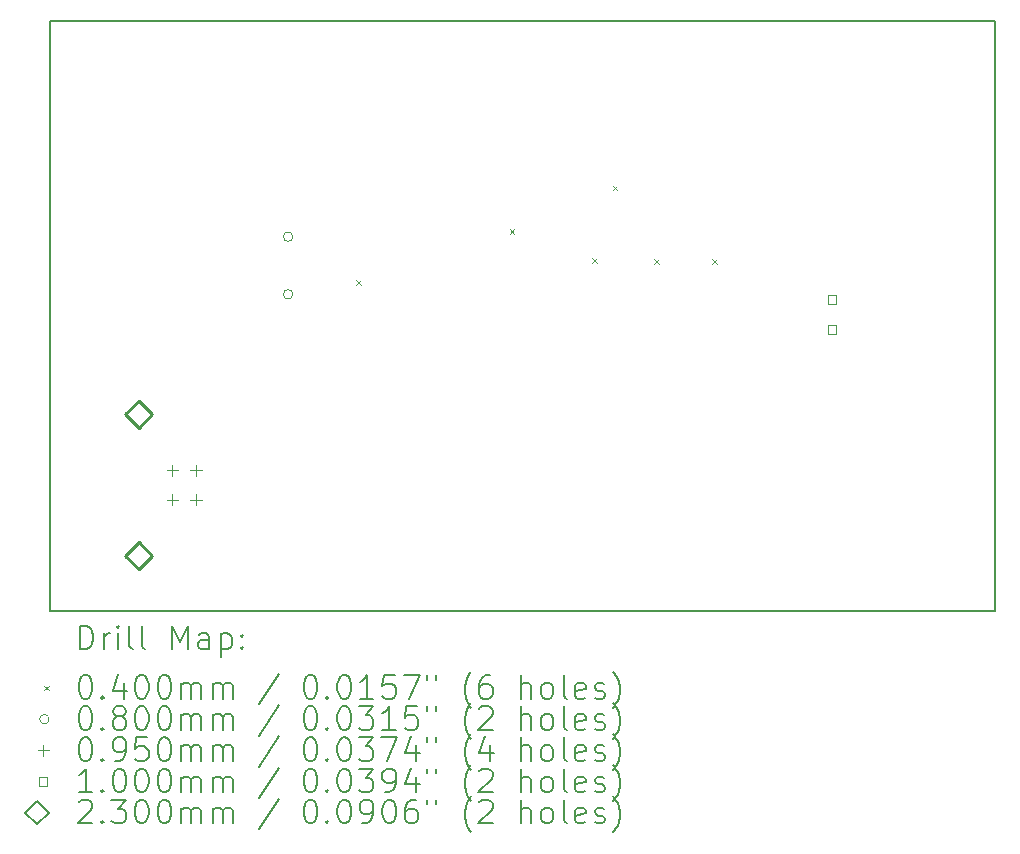
<source format=gbr>
%TF.GenerationSoftware,KiCad,Pcbnew,8.0.6*%
%TF.CreationDate,2025-01-13T18:54:40-05:00*%
%TF.ProjectId,usb2J1708_rev4,75736232-4a31-4373-9038-5f726576342e,rev?*%
%TF.SameCoordinates,Original*%
%TF.FileFunction,Drillmap*%
%TF.FilePolarity,Positive*%
%FSLAX45Y45*%
G04 Gerber Fmt 4.5, Leading zero omitted, Abs format (unit mm)*
G04 Created by KiCad (PCBNEW 8.0.6) date 2025-01-13 18:54:40*
%MOMM*%
%LPD*%
G01*
G04 APERTURE LIST*
%ADD10C,0.150000*%
%ADD11C,0.200000*%
%ADD12C,0.100000*%
%ADD13C,0.230000*%
G04 APERTURE END LIST*
D10*
X12053000Y-13586000D02*
X12053000Y-8586000D01*
X12053000Y-8586000D02*
X20053000Y-8586000D01*
X20053000Y-8586000D02*
X20053000Y-13586000D01*
X20053000Y-13586000D02*
X12053000Y-13586000D01*
D11*
D12*
X14643300Y-10781220D02*
X14683300Y-10821220D01*
X14683300Y-10781220D02*
X14643300Y-10821220D01*
X15944000Y-10351920D02*
X15984000Y-10391920D01*
X15984000Y-10351920D02*
X15944000Y-10391920D01*
X16641000Y-10597000D02*
X16681000Y-10637000D01*
X16681000Y-10597000D02*
X16641000Y-10637000D01*
X16816110Y-9980680D02*
X16856110Y-10020680D01*
X16856110Y-9980680D02*
X16816110Y-10020680D01*
X17167000Y-10603000D02*
X17207000Y-10643000D01*
X17207000Y-10603000D02*
X17167000Y-10643000D01*
X17659000Y-10604000D02*
X17699000Y-10644000D01*
X17699000Y-10604000D02*
X17659000Y-10644000D01*
X14109000Y-10413000D02*
G75*
G02*
X14029000Y-10413000I-40000J0D01*
G01*
X14029000Y-10413000D02*
G75*
G02*
X14109000Y-10413000I40000J0D01*
G01*
X14109000Y-10901000D02*
G75*
G02*
X14029000Y-10901000I-40000J0D01*
G01*
X14029000Y-10901000D02*
G75*
G02*
X14109000Y-10901000I40000J0D01*
G01*
X13090000Y-12342500D02*
X13090000Y-12437500D01*
X13042500Y-12390000D02*
X13137500Y-12390000D01*
X13090000Y-12592500D02*
X13090000Y-12687500D01*
X13042500Y-12640000D02*
X13137500Y-12640000D01*
X13290000Y-12342500D02*
X13290000Y-12437500D01*
X13242500Y-12390000D02*
X13337500Y-12390000D01*
X13290000Y-12592500D02*
X13290000Y-12687500D01*
X13242500Y-12640000D02*
X13337500Y-12640000D01*
X18710656Y-10980256D02*
X18710656Y-10909544D01*
X18639944Y-10909544D01*
X18639944Y-10980256D01*
X18710656Y-10980256D01*
X18710656Y-11234256D02*
X18710656Y-11163544D01*
X18639944Y-11163544D01*
X18639944Y-11234256D01*
X18710656Y-11234256D01*
D13*
X12804000Y-12030000D02*
X12919000Y-11915000D01*
X12804000Y-11800000D01*
X12689000Y-11915000D01*
X12804000Y-12030000D01*
X12804000Y-13230000D02*
X12919000Y-13115000D01*
X12804000Y-13000000D01*
X12689000Y-13115000D01*
X12804000Y-13230000D01*
D11*
X12306277Y-13904984D02*
X12306277Y-13704984D01*
X12306277Y-13704984D02*
X12353896Y-13704984D01*
X12353896Y-13704984D02*
X12382467Y-13714508D01*
X12382467Y-13714508D02*
X12401515Y-13733555D01*
X12401515Y-13733555D02*
X12411039Y-13752603D01*
X12411039Y-13752603D02*
X12420562Y-13790698D01*
X12420562Y-13790698D02*
X12420562Y-13819269D01*
X12420562Y-13819269D02*
X12411039Y-13857365D01*
X12411039Y-13857365D02*
X12401515Y-13876412D01*
X12401515Y-13876412D02*
X12382467Y-13895460D01*
X12382467Y-13895460D02*
X12353896Y-13904984D01*
X12353896Y-13904984D02*
X12306277Y-13904984D01*
X12506277Y-13904984D02*
X12506277Y-13771650D01*
X12506277Y-13809746D02*
X12515801Y-13790698D01*
X12515801Y-13790698D02*
X12525324Y-13781174D01*
X12525324Y-13781174D02*
X12544372Y-13771650D01*
X12544372Y-13771650D02*
X12563420Y-13771650D01*
X12630086Y-13904984D02*
X12630086Y-13771650D01*
X12630086Y-13704984D02*
X12620562Y-13714508D01*
X12620562Y-13714508D02*
X12630086Y-13724031D01*
X12630086Y-13724031D02*
X12639610Y-13714508D01*
X12639610Y-13714508D02*
X12630086Y-13704984D01*
X12630086Y-13704984D02*
X12630086Y-13724031D01*
X12753896Y-13904984D02*
X12734848Y-13895460D01*
X12734848Y-13895460D02*
X12725324Y-13876412D01*
X12725324Y-13876412D02*
X12725324Y-13704984D01*
X12858658Y-13904984D02*
X12839610Y-13895460D01*
X12839610Y-13895460D02*
X12830086Y-13876412D01*
X12830086Y-13876412D02*
X12830086Y-13704984D01*
X13087229Y-13904984D02*
X13087229Y-13704984D01*
X13087229Y-13704984D02*
X13153896Y-13847841D01*
X13153896Y-13847841D02*
X13220562Y-13704984D01*
X13220562Y-13704984D02*
X13220562Y-13904984D01*
X13401515Y-13904984D02*
X13401515Y-13800222D01*
X13401515Y-13800222D02*
X13391991Y-13781174D01*
X13391991Y-13781174D02*
X13372943Y-13771650D01*
X13372943Y-13771650D02*
X13334848Y-13771650D01*
X13334848Y-13771650D02*
X13315801Y-13781174D01*
X13401515Y-13895460D02*
X13382467Y-13904984D01*
X13382467Y-13904984D02*
X13334848Y-13904984D01*
X13334848Y-13904984D02*
X13315801Y-13895460D01*
X13315801Y-13895460D02*
X13306277Y-13876412D01*
X13306277Y-13876412D02*
X13306277Y-13857365D01*
X13306277Y-13857365D02*
X13315801Y-13838317D01*
X13315801Y-13838317D02*
X13334848Y-13828793D01*
X13334848Y-13828793D02*
X13382467Y-13828793D01*
X13382467Y-13828793D02*
X13401515Y-13819269D01*
X13496753Y-13771650D02*
X13496753Y-13971650D01*
X13496753Y-13781174D02*
X13515801Y-13771650D01*
X13515801Y-13771650D02*
X13553896Y-13771650D01*
X13553896Y-13771650D02*
X13572943Y-13781174D01*
X13572943Y-13781174D02*
X13582467Y-13790698D01*
X13582467Y-13790698D02*
X13591991Y-13809746D01*
X13591991Y-13809746D02*
X13591991Y-13866888D01*
X13591991Y-13866888D02*
X13582467Y-13885936D01*
X13582467Y-13885936D02*
X13572943Y-13895460D01*
X13572943Y-13895460D02*
X13553896Y-13904984D01*
X13553896Y-13904984D02*
X13515801Y-13904984D01*
X13515801Y-13904984D02*
X13496753Y-13895460D01*
X13677705Y-13885936D02*
X13687229Y-13895460D01*
X13687229Y-13895460D02*
X13677705Y-13904984D01*
X13677705Y-13904984D02*
X13668182Y-13895460D01*
X13668182Y-13895460D02*
X13677705Y-13885936D01*
X13677705Y-13885936D02*
X13677705Y-13904984D01*
X13677705Y-13781174D02*
X13687229Y-13790698D01*
X13687229Y-13790698D02*
X13677705Y-13800222D01*
X13677705Y-13800222D02*
X13668182Y-13790698D01*
X13668182Y-13790698D02*
X13677705Y-13781174D01*
X13677705Y-13781174D02*
X13677705Y-13800222D01*
D12*
X12005500Y-14213500D02*
X12045500Y-14253500D01*
X12045500Y-14213500D02*
X12005500Y-14253500D01*
D11*
X12344372Y-14124984D02*
X12363420Y-14124984D01*
X12363420Y-14124984D02*
X12382467Y-14134508D01*
X12382467Y-14134508D02*
X12391991Y-14144031D01*
X12391991Y-14144031D02*
X12401515Y-14163079D01*
X12401515Y-14163079D02*
X12411039Y-14201174D01*
X12411039Y-14201174D02*
X12411039Y-14248793D01*
X12411039Y-14248793D02*
X12401515Y-14286888D01*
X12401515Y-14286888D02*
X12391991Y-14305936D01*
X12391991Y-14305936D02*
X12382467Y-14315460D01*
X12382467Y-14315460D02*
X12363420Y-14324984D01*
X12363420Y-14324984D02*
X12344372Y-14324984D01*
X12344372Y-14324984D02*
X12325324Y-14315460D01*
X12325324Y-14315460D02*
X12315801Y-14305936D01*
X12315801Y-14305936D02*
X12306277Y-14286888D01*
X12306277Y-14286888D02*
X12296753Y-14248793D01*
X12296753Y-14248793D02*
X12296753Y-14201174D01*
X12296753Y-14201174D02*
X12306277Y-14163079D01*
X12306277Y-14163079D02*
X12315801Y-14144031D01*
X12315801Y-14144031D02*
X12325324Y-14134508D01*
X12325324Y-14134508D02*
X12344372Y-14124984D01*
X12496753Y-14305936D02*
X12506277Y-14315460D01*
X12506277Y-14315460D02*
X12496753Y-14324984D01*
X12496753Y-14324984D02*
X12487229Y-14315460D01*
X12487229Y-14315460D02*
X12496753Y-14305936D01*
X12496753Y-14305936D02*
X12496753Y-14324984D01*
X12677705Y-14191650D02*
X12677705Y-14324984D01*
X12630086Y-14115460D02*
X12582467Y-14258317D01*
X12582467Y-14258317D02*
X12706277Y-14258317D01*
X12820562Y-14124984D02*
X12839610Y-14124984D01*
X12839610Y-14124984D02*
X12858658Y-14134508D01*
X12858658Y-14134508D02*
X12868182Y-14144031D01*
X12868182Y-14144031D02*
X12877705Y-14163079D01*
X12877705Y-14163079D02*
X12887229Y-14201174D01*
X12887229Y-14201174D02*
X12887229Y-14248793D01*
X12887229Y-14248793D02*
X12877705Y-14286888D01*
X12877705Y-14286888D02*
X12868182Y-14305936D01*
X12868182Y-14305936D02*
X12858658Y-14315460D01*
X12858658Y-14315460D02*
X12839610Y-14324984D01*
X12839610Y-14324984D02*
X12820562Y-14324984D01*
X12820562Y-14324984D02*
X12801515Y-14315460D01*
X12801515Y-14315460D02*
X12791991Y-14305936D01*
X12791991Y-14305936D02*
X12782467Y-14286888D01*
X12782467Y-14286888D02*
X12772943Y-14248793D01*
X12772943Y-14248793D02*
X12772943Y-14201174D01*
X12772943Y-14201174D02*
X12782467Y-14163079D01*
X12782467Y-14163079D02*
X12791991Y-14144031D01*
X12791991Y-14144031D02*
X12801515Y-14134508D01*
X12801515Y-14134508D02*
X12820562Y-14124984D01*
X13011039Y-14124984D02*
X13030086Y-14124984D01*
X13030086Y-14124984D02*
X13049134Y-14134508D01*
X13049134Y-14134508D02*
X13058658Y-14144031D01*
X13058658Y-14144031D02*
X13068182Y-14163079D01*
X13068182Y-14163079D02*
X13077705Y-14201174D01*
X13077705Y-14201174D02*
X13077705Y-14248793D01*
X13077705Y-14248793D02*
X13068182Y-14286888D01*
X13068182Y-14286888D02*
X13058658Y-14305936D01*
X13058658Y-14305936D02*
X13049134Y-14315460D01*
X13049134Y-14315460D02*
X13030086Y-14324984D01*
X13030086Y-14324984D02*
X13011039Y-14324984D01*
X13011039Y-14324984D02*
X12991991Y-14315460D01*
X12991991Y-14315460D02*
X12982467Y-14305936D01*
X12982467Y-14305936D02*
X12972943Y-14286888D01*
X12972943Y-14286888D02*
X12963420Y-14248793D01*
X12963420Y-14248793D02*
X12963420Y-14201174D01*
X12963420Y-14201174D02*
X12972943Y-14163079D01*
X12972943Y-14163079D02*
X12982467Y-14144031D01*
X12982467Y-14144031D02*
X12991991Y-14134508D01*
X12991991Y-14134508D02*
X13011039Y-14124984D01*
X13163420Y-14324984D02*
X13163420Y-14191650D01*
X13163420Y-14210698D02*
X13172943Y-14201174D01*
X13172943Y-14201174D02*
X13191991Y-14191650D01*
X13191991Y-14191650D02*
X13220563Y-14191650D01*
X13220563Y-14191650D02*
X13239610Y-14201174D01*
X13239610Y-14201174D02*
X13249134Y-14220222D01*
X13249134Y-14220222D02*
X13249134Y-14324984D01*
X13249134Y-14220222D02*
X13258658Y-14201174D01*
X13258658Y-14201174D02*
X13277705Y-14191650D01*
X13277705Y-14191650D02*
X13306277Y-14191650D01*
X13306277Y-14191650D02*
X13325324Y-14201174D01*
X13325324Y-14201174D02*
X13334848Y-14220222D01*
X13334848Y-14220222D02*
X13334848Y-14324984D01*
X13430086Y-14324984D02*
X13430086Y-14191650D01*
X13430086Y-14210698D02*
X13439610Y-14201174D01*
X13439610Y-14201174D02*
X13458658Y-14191650D01*
X13458658Y-14191650D02*
X13487229Y-14191650D01*
X13487229Y-14191650D02*
X13506277Y-14201174D01*
X13506277Y-14201174D02*
X13515801Y-14220222D01*
X13515801Y-14220222D02*
X13515801Y-14324984D01*
X13515801Y-14220222D02*
X13525324Y-14201174D01*
X13525324Y-14201174D02*
X13544372Y-14191650D01*
X13544372Y-14191650D02*
X13572943Y-14191650D01*
X13572943Y-14191650D02*
X13591991Y-14201174D01*
X13591991Y-14201174D02*
X13601515Y-14220222D01*
X13601515Y-14220222D02*
X13601515Y-14324984D01*
X13991991Y-14115460D02*
X13820563Y-14372603D01*
X14249134Y-14124984D02*
X14268182Y-14124984D01*
X14268182Y-14124984D02*
X14287229Y-14134508D01*
X14287229Y-14134508D02*
X14296753Y-14144031D01*
X14296753Y-14144031D02*
X14306277Y-14163079D01*
X14306277Y-14163079D02*
X14315801Y-14201174D01*
X14315801Y-14201174D02*
X14315801Y-14248793D01*
X14315801Y-14248793D02*
X14306277Y-14286888D01*
X14306277Y-14286888D02*
X14296753Y-14305936D01*
X14296753Y-14305936D02*
X14287229Y-14315460D01*
X14287229Y-14315460D02*
X14268182Y-14324984D01*
X14268182Y-14324984D02*
X14249134Y-14324984D01*
X14249134Y-14324984D02*
X14230086Y-14315460D01*
X14230086Y-14315460D02*
X14220563Y-14305936D01*
X14220563Y-14305936D02*
X14211039Y-14286888D01*
X14211039Y-14286888D02*
X14201515Y-14248793D01*
X14201515Y-14248793D02*
X14201515Y-14201174D01*
X14201515Y-14201174D02*
X14211039Y-14163079D01*
X14211039Y-14163079D02*
X14220563Y-14144031D01*
X14220563Y-14144031D02*
X14230086Y-14134508D01*
X14230086Y-14134508D02*
X14249134Y-14124984D01*
X14401515Y-14305936D02*
X14411039Y-14315460D01*
X14411039Y-14315460D02*
X14401515Y-14324984D01*
X14401515Y-14324984D02*
X14391991Y-14315460D01*
X14391991Y-14315460D02*
X14401515Y-14305936D01*
X14401515Y-14305936D02*
X14401515Y-14324984D01*
X14534848Y-14124984D02*
X14553896Y-14124984D01*
X14553896Y-14124984D02*
X14572944Y-14134508D01*
X14572944Y-14134508D02*
X14582467Y-14144031D01*
X14582467Y-14144031D02*
X14591991Y-14163079D01*
X14591991Y-14163079D02*
X14601515Y-14201174D01*
X14601515Y-14201174D02*
X14601515Y-14248793D01*
X14601515Y-14248793D02*
X14591991Y-14286888D01*
X14591991Y-14286888D02*
X14582467Y-14305936D01*
X14582467Y-14305936D02*
X14572944Y-14315460D01*
X14572944Y-14315460D02*
X14553896Y-14324984D01*
X14553896Y-14324984D02*
X14534848Y-14324984D01*
X14534848Y-14324984D02*
X14515801Y-14315460D01*
X14515801Y-14315460D02*
X14506277Y-14305936D01*
X14506277Y-14305936D02*
X14496753Y-14286888D01*
X14496753Y-14286888D02*
X14487229Y-14248793D01*
X14487229Y-14248793D02*
X14487229Y-14201174D01*
X14487229Y-14201174D02*
X14496753Y-14163079D01*
X14496753Y-14163079D02*
X14506277Y-14144031D01*
X14506277Y-14144031D02*
X14515801Y-14134508D01*
X14515801Y-14134508D02*
X14534848Y-14124984D01*
X14791991Y-14324984D02*
X14677706Y-14324984D01*
X14734848Y-14324984D02*
X14734848Y-14124984D01*
X14734848Y-14124984D02*
X14715801Y-14153555D01*
X14715801Y-14153555D02*
X14696753Y-14172603D01*
X14696753Y-14172603D02*
X14677706Y-14182127D01*
X14972944Y-14124984D02*
X14877706Y-14124984D01*
X14877706Y-14124984D02*
X14868182Y-14220222D01*
X14868182Y-14220222D02*
X14877706Y-14210698D01*
X14877706Y-14210698D02*
X14896753Y-14201174D01*
X14896753Y-14201174D02*
X14944372Y-14201174D01*
X14944372Y-14201174D02*
X14963420Y-14210698D01*
X14963420Y-14210698D02*
X14972944Y-14220222D01*
X14972944Y-14220222D02*
X14982467Y-14239269D01*
X14982467Y-14239269D02*
X14982467Y-14286888D01*
X14982467Y-14286888D02*
X14972944Y-14305936D01*
X14972944Y-14305936D02*
X14963420Y-14315460D01*
X14963420Y-14315460D02*
X14944372Y-14324984D01*
X14944372Y-14324984D02*
X14896753Y-14324984D01*
X14896753Y-14324984D02*
X14877706Y-14315460D01*
X14877706Y-14315460D02*
X14868182Y-14305936D01*
X15049134Y-14124984D02*
X15182467Y-14124984D01*
X15182467Y-14124984D02*
X15096753Y-14324984D01*
X15249134Y-14124984D02*
X15249134Y-14163079D01*
X15325325Y-14124984D02*
X15325325Y-14163079D01*
X15620563Y-14401174D02*
X15611039Y-14391650D01*
X15611039Y-14391650D02*
X15591991Y-14363079D01*
X15591991Y-14363079D02*
X15582468Y-14344031D01*
X15582468Y-14344031D02*
X15572944Y-14315460D01*
X15572944Y-14315460D02*
X15563420Y-14267841D01*
X15563420Y-14267841D02*
X15563420Y-14229746D01*
X15563420Y-14229746D02*
X15572944Y-14182127D01*
X15572944Y-14182127D02*
X15582468Y-14153555D01*
X15582468Y-14153555D02*
X15591991Y-14134508D01*
X15591991Y-14134508D02*
X15611039Y-14105936D01*
X15611039Y-14105936D02*
X15620563Y-14096412D01*
X15782468Y-14124984D02*
X15744372Y-14124984D01*
X15744372Y-14124984D02*
X15725325Y-14134508D01*
X15725325Y-14134508D02*
X15715801Y-14144031D01*
X15715801Y-14144031D02*
X15696753Y-14172603D01*
X15696753Y-14172603D02*
X15687229Y-14210698D01*
X15687229Y-14210698D02*
X15687229Y-14286888D01*
X15687229Y-14286888D02*
X15696753Y-14305936D01*
X15696753Y-14305936D02*
X15706277Y-14315460D01*
X15706277Y-14315460D02*
X15725325Y-14324984D01*
X15725325Y-14324984D02*
X15763420Y-14324984D01*
X15763420Y-14324984D02*
X15782468Y-14315460D01*
X15782468Y-14315460D02*
X15791991Y-14305936D01*
X15791991Y-14305936D02*
X15801515Y-14286888D01*
X15801515Y-14286888D02*
X15801515Y-14239269D01*
X15801515Y-14239269D02*
X15791991Y-14220222D01*
X15791991Y-14220222D02*
X15782468Y-14210698D01*
X15782468Y-14210698D02*
X15763420Y-14201174D01*
X15763420Y-14201174D02*
X15725325Y-14201174D01*
X15725325Y-14201174D02*
X15706277Y-14210698D01*
X15706277Y-14210698D02*
X15696753Y-14220222D01*
X15696753Y-14220222D02*
X15687229Y-14239269D01*
X16039610Y-14324984D02*
X16039610Y-14124984D01*
X16125325Y-14324984D02*
X16125325Y-14220222D01*
X16125325Y-14220222D02*
X16115801Y-14201174D01*
X16115801Y-14201174D02*
X16096753Y-14191650D01*
X16096753Y-14191650D02*
X16068182Y-14191650D01*
X16068182Y-14191650D02*
X16049134Y-14201174D01*
X16049134Y-14201174D02*
X16039610Y-14210698D01*
X16249134Y-14324984D02*
X16230087Y-14315460D01*
X16230087Y-14315460D02*
X16220563Y-14305936D01*
X16220563Y-14305936D02*
X16211039Y-14286888D01*
X16211039Y-14286888D02*
X16211039Y-14229746D01*
X16211039Y-14229746D02*
X16220563Y-14210698D01*
X16220563Y-14210698D02*
X16230087Y-14201174D01*
X16230087Y-14201174D02*
X16249134Y-14191650D01*
X16249134Y-14191650D02*
X16277706Y-14191650D01*
X16277706Y-14191650D02*
X16296753Y-14201174D01*
X16296753Y-14201174D02*
X16306277Y-14210698D01*
X16306277Y-14210698D02*
X16315801Y-14229746D01*
X16315801Y-14229746D02*
X16315801Y-14286888D01*
X16315801Y-14286888D02*
X16306277Y-14305936D01*
X16306277Y-14305936D02*
X16296753Y-14315460D01*
X16296753Y-14315460D02*
X16277706Y-14324984D01*
X16277706Y-14324984D02*
X16249134Y-14324984D01*
X16430087Y-14324984D02*
X16411039Y-14315460D01*
X16411039Y-14315460D02*
X16401515Y-14296412D01*
X16401515Y-14296412D02*
X16401515Y-14124984D01*
X16582468Y-14315460D02*
X16563420Y-14324984D01*
X16563420Y-14324984D02*
X16525325Y-14324984D01*
X16525325Y-14324984D02*
X16506277Y-14315460D01*
X16506277Y-14315460D02*
X16496753Y-14296412D01*
X16496753Y-14296412D02*
X16496753Y-14220222D01*
X16496753Y-14220222D02*
X16506277Y-14201174D01*
X16506277Y-14201174D02*
X16525325Y-14191650D01*
X16525325Y-14191650D02*
X16563420Y-14191650D01*
X16563420Y-14191650D02*
X16582468Y-14201174D01*
X16582468Y-14201174D02*
X16591991Y-14220222D01*
X16591991Y-14220222D02*
X16591991Y-14239269D01*
X16591991Y-14239269D02*
X16496753Y-14258317D01*
X16668182Y-14315460D02*
X16687230Y-14324984D01*
X16687230Y-14324984D02*
X16725325Y-14324984D01*
X16725325Y-14324984D02*
X16744372Y-14315460D01*
X16744372Y-14315460D02*
X16753896Y-14296412D01*
X16753896Y-14296412D02*
X16753896Y-14286888D01*
X16753896Y-14286888D02*
X16744372Y-14267841D01*
X16744372Y-14267841D02*
X16725325Y-14258317D01*
X16725325Y-14258317D02*
X16696753Y-14258317D01*
X16696753Y-14258317D02*
X16677706Y-14248793D01*
X16677706Y-14248793D02*
X16668182Y-14229746D01*
X16668182Y-14229746D02*
X16668182Y-14220222D01*
X16668182Y-14220222D02*
X16677706Y-14201174D01*
X16677706Y-14201174D02*
X16696753Y-14191650D01*
X16696753Y-14191650D02*
X16725325Y-14191650D01*
X16725325Y-14191650D02*
X16744372Y-14201174D01*
X16820563Y-14401174D02*
X16830087Y-14391650D01*
X16830087Y-14391650D02*
X16849134Y-14363079D01*
X16849134Y-14363079D02*
X16858658Y-14344031D01*
X16858658Y-14344031D02*
X16868182Y-14315460D01*
X16868182Y-14315460D02*
X16877706Y-14267841D01*
X16877706Y-14267841D02*
X16877706Y-14229746D01*
X16877706Y-14229746D02*
X16868182Y-14182127D01*
X16868182Y-14182127D02*
X16858658Y-14153555D01*
X16858658Y-14153555D02*
X16849134Y-14134508D01*
X16849134Y-14134508D02*
X16830087Y-14105936D01*
X16830087Y-14105936D02*
X16820563Y-14096412D01*
D12*
X12045500Y-14497500D02*
G75*
G02*
X11965500Y-14497500I-40000J0D01*
G01*
X11965500Y-14497500D02*
G75*
G02*
X12045500Y-14497500I40000J0D01*
G01*
D11*
X12344372Y-14388984D02*
X12363420Y-14388984D01*
X12363420Y-14388984D02*
X12382467Y-14398508D01*
X12382467Y-14398508D02*
X12391991Y-14408031D01*
X12391991Y-14408031D02*
X12401515Y-14427079D01*
X12401515Y-14427079D02*
X12411039Y-14465174D01*
X12411039Y-14465174D02*
X12411039Y-14512793D01*
X12411039Y-14512793D02*
X12401515Y-14550888D01*
X12401515Y-14550888D02*
X12391991Y-14569936D01*
X12391991Y-14569936D02*
X12382467Y-14579460D01*
X12382467Y-14579460D02*
X12363420Y-14588984D01*
X12363420Y-14588984D02*
X12344372Y-14588984D01*
X12344372Y-14588984D02*
X12325324Y-14579460D01*
X12325324Y-14579460D02*
X12315801Y-14569936D01*
X12315801Y-14569936D02*
X12306277Y-14550888D01*
X12306277Y-14550888D02*
X12296753Y-14512793D01*
X12296753Y-14512793D02*
X12296753Y-14465174D01*
X12296753Y-14465174D02*
X12306277Y-14427079D01*
X12306277Y-14427079D02*
X12315801Y-14408031D01*
X12315801Y-14408031D02*
X12325324Y-14398508D01*
X12325324Y-14398508D02*
X12344372Y-14388984D01*
X12496753Y-14569936D02*
X12506277Y-14579460D01*
X12506277Y-14579460D02*
X12496753Y-14588984D01*
X12496753Y-14588984D02*
X12487229Y-14579460D01*
X12487229Y-14579460D02*
X12496753Y-14569936D01*
X12496753Y-14569936D02*
X12496753Y-14588984D01*
X12620562Y-14474698D02*
X12601515Y-14465174D01*
X12601515Y-14465174D02*
X12591991Y-14455650D01*
X12591991Y-14455650D02*
X12582467Y-14436603D01*
X12582467Y-14436603D02*
X12582467Y-14427079D01*
X12582467Y-14427079D02*
X12591991Y-14408031D01*
X12591991Y-14408031D02*
X12601515Y-14398508D01*
X12601515Y-14398508D02*
X12620562Y-14388984D01*
X12620562Y-14388984D02*
X12658658Y-14388984D01*
X12658658Y-14388984D02*
X12677705Y-14398508D01*
X12677705Y-14398508D02*
X12687229Y-14408031D01*
X12687229Y-14408031D02*
X12696753Y-14427079D01*
X12696753Y-14427079D02*
X12696753Y-14436603D01*
X12696753Y-14436603D02*
X12687229Y-14455650D01*
X12687229Y-14455650D02*
X12677705Y-14465174D01*
X12677705Y-14465174D02*
X12658658Y-14474698D01*
X12658658Y-14474698D02*
X12620562Y-14474698D01*
X12620562Y-14474698D02*
X12601515Y-14484222D01*
X12601515Y-14484222D02*
X12591991Y-14493746D01*
X12591991Y-14493746D02*
X12582467Y-14512793D01*
X12582467Y-14512793D02*
X12582467Y-14550888D01*
X12582467Y-14550888D02*
X12591991Y-14569936D01*
X12591991Y-14569936D02*
X12601515Y-14579460D01*
X12601515Y-14579460D02*
X12620562Y-14588984D01*
X12620562Y-14588984D02*
X12658658Y-14588984D01*
X12658658Y-14588984D02*
X12677705Y-14579460D01*
X12677705Y-14579460D02*
X12687229Y-14569936D01*
X12687229Y-14569936D02*
X12696753Y-14550888D01*
X12696753Y-14550888D02*
X12696753Y-14512793D01*
X12696753Y-14512793D02*
X12687229Y-14493746D01*
X12687229Y-14493746D02*
X12677705Y-14484222D01*
X12677705Y-14484222D02*
X12658658Y-14474698D01*
X12820562Y-14388984D02*
X12839610Y-14388984D01*
X12839610Y-14388984D02*
X12858658Y-14398508D01*
X12858658Y-14398508D02*
X12868182Y-14408031D01*
X12868182Y-14408031D02*
X12877705Y-14427079D01*
X12877705Y-14427079D02*
X12887229Y-14465174D01*
X12887229Y-14465174D02*
X12887229Y-14512793D01*
X12887229Y-14512793D02*
X12877705Y-14550888D01*
X12877705Y-14550888D02*
X12868182Y-14569936D01*
X12868182Y-14569936D02*
X12858658Y-14579460D01*
X12858658Y-14579460D02*
X12839610Y-14588984D01*
X12839610Y-14588984D02*
X12820562Y-14588984D01*
X12820562Y-14588984D02*
X12801515Y-14579460D01*
X12801515Y-14579460D02*
X12791991Y-14569936D01*
X12791991Y-14569936D02*
X12782467Y-14550888D01*
X12782467Y-14550888D02*
X12772943Y-14512793D01*
X12772943Y-14512793D02*
X12772943Y-14465174D01*
X12772943Y-14465174D02*
X12782467Y-14427079D01*
X12782467Y-14427079D02*
X12791991Y-14408031D01*
X12791991Y-14408031D02*
X12801515Y-14398508D01*
X12801515Y-14398508D02*
X12820562Y-14388984D01*
X13011039Y-14388984D02*
X13030086Y-14388984D01*
X13030086Y-14388984D02*
X13049134Y-14398508D01*
X13049134Y-14398508D02*
X13058658Y-14408031D01*
X13058658Y-14408031D02*
X13068182Y-14427079D01*
X13068182Y-14427079D02*
X13077705Y-14465174D01*
X13077705Y-14465174D02*
X13077705Y-14512793D01*
X13077705Y-14512793D02*
X13068182Y-14550888D01*
X13068182Y-14550888D02*
X13058658Y-14569936D01*
X13058658Y-14569936D02*
X13049134Y-14579460D01*
X13049134Y-14579460D02*
X13030086Y-14588984D01*
X13030086Y-14588984D02*
X13011039Y-14588984D01*
X13011039Y-14588984D02*
X12991991Y-14579460D01*
X12991991Y-14579460D02*
X12982467Y-14569936D01*
X12982467Y-14569936D02*
X12972943Y-14550888D01*
X12972943Y-14550888D02*
X12963420Y-14512793D01*
X12963420Y-14512793D02*
X12963420Y-14465174D01*
X12963420Y-14465174D02*
X12972943Y-14427079D01*
X12972943Y-14427079D02*
X12982467Y-14408031D01*
X12982467Y-14408031D02*
X12991991Y-14398508D01*
X12991991Y-14398508D02*
X13011039Y-14388984D01*
X13163420Y-14588984D02*
X13163420Y-14455650D01*
X13163420Y-14474698D02*
X13172943Y-14465174D01*
X13172943Y-14465174D02*
X13191991Y-14455650D01*
X13191991Y-14455650D02*
X13220563Y-14455650D01*
X13220563Y-14455650D02*
X13239610Y-14465174D01*
X13239610Y-14465174D02*
X13249134Y-14484222D01*
X13249134Y-14484222D02*
X13249134Y-14588984D01*
X13249134Y-14484222D02*
X13258658Y-14465174D01*
X13258658Y-14465174D02*
X13277705Y-14455650D01*
X13277705Y-14455650D02*
X13306277Y-14455650D01*
X13306277Y-14455650D02*
X13325324Y-14465174D01*
X13325324Y-14465174D02*
X13334848Y-14484222D01*
X13334848Y-14484222D02*
X13334848Y-14588984D01*
X13430086Y-14588984D02*
X13430086Y-14455650D01*
X13430086Y-14474698D02*
X13439610Y-14465174D01*
X13439610Y-14465174D02*
X13458658Y-14455650D01*
X13458658Y-14455650D02*
X13487229Y-14455650D01*
X13487229Y-14455650D02*
X13506277Y-14465174D01*
X13506277Y-14465174D02*
X13515801Y-14484222D01*
X13515801Y-14484222D02*
X13515801Y-14588984D01*
X13515801Y-14484222D02*
X13525324Y-14465174D01*
X13525324Y-14465174D02*
X13544372Y-14455650D01*
X13544372Y-14455650D02*
X13572943Y-14455650D01*
X13572943Y-14455650D02*
X13591991Y-14465174D01*
X13591991Y-14465174D02*
X13601515Y-14484222D01*
X13601515Y-14484222D02*
X13601515Y-14588984D01*
X13991991Y-14379460D02*
X13820563Y-14636603D01*
X14249134Y-14388984D02*
X14268182Y-14388984D01*
X14268182Y-14388984D02*
X14287229Y-14398508D01*
X14287229Y-14398508D02*
X14296753Y-14408031D01*
X14296753Y-14408031D02*
X14306277Y-14427079D01*
X14306277Y-14427079D02*
X14315801Y-14465174D01*
X14315801Y-14465174D02*
X14315801Y-14512793D01*
X14315801Y-14512793D02*
X14306277Y-14550888D01*
X14306277Y-14550888D02*
X14296753Y-14569936D01*
X14296753Y-14569936D02*
X14287229Y-14579460D01*
X14287229Y-14579460D02*
X14268182Y-14588984D01*
X14268182Y-14588984D02*
X14249134Y-14588984D01*
X14249134Y-14588984D02*
X14230086Y-14579460D01*
X14230086Y-14579460D02*
X14220563Y-14569936D01*
X14220563Y-14569936D02*
X14211039Y-14550888D01*
X14211039Y-14550888D02*
X14201515Y-14512793D01*
X14201515Y-14512793D02*
X14201515Y-14465174D01*
X14201515Y-14465174D02*
X14211039Y-14427079D01*
X14211039Y-14427079D02*
X14220563Y-14408031D01*
X14220563Y-14408031D02*
X14230086Y-14398508D01*
X14230086Y-14398508D02*
X14249134Y-14388984D01*
X14401515Y-14569936D02*
X14411039Y-14579460D01*
X14411039Y-14579460D02*
X14401515Y-14588984D01*
X14401515Y-14588984D02*
X14391991Y-14579460D01*
X14391991Y-14579460D02*
X14401515Y-14569936D01*
X14401515Y-14569936D02*
X14401515Y-14588984D01*
X14534848Y-14388984D02*
X14553896Y-14388984D01*
X14553896Y-14388984D02*
X14572944Y-14398508D01*
X14572944Y-14398508D02*
X14582467Y-14408031D01*
X14582467Y-14408031D02*
X14591991Y-14427079D01*
X14591991Y-14427079D02*
X14601515Y-14465174D01*
X14601515Y-14465174D02*
X14601515Y-14512793D01*
X14601515Y-14512793D02*
X14591991Y-14550888D01*
X14591991Y-14550888D02*
X14582467Y-14569936D01*
X14582467Y-14569936D02*
X14572944Y-14579460D01*
X14572944Y-14579460D02*
X14553896Y-14588984D01*
X14553896Y-14588984D02*
X14534848Y-14588984D01*
X14534848Y-14588984D02*
X14515801Y-14579460D01*
X14515801Y-14579460D02*
X14506277Y-14569936D01*
X14506277Y-14569936D02*
X14496753Y-14550888D01*
X14496753Y-14550888D02*
X14487229Y-14512793D01*
X14487229Y-14512793D02*
X14487229Y-14465174D01*
X14487229Y-14465174D02*
X14496753Y-14427079D01*
X14496753Y-14427079D02*
X14506277Y-14408031D01*
X14506277Y-14408031D02*
X14515801Y-14398508D01*
X14515801Y-14398508D02*
X14534848Y-14388984D01*
X14668182Y-14388984D02*
X14791991Y-14388984D01*
X14791991Y-14388984D02*
X14725325Y-14465174D01*
X14725325Y-14465174D02*
X14753896Y-14465174D01*
X14753896Y-14465174D02*
X14772944Y-14474698D01*
X14772944Y-14474698D02*
X14782467Y-14484222D01*
X14782467Y-14484222D02*
X14791991Y-14503269D01*
X14791991Y-14503269D02*
X14791991Y-14550888D01*
X14791991Y-14550888D02*
X14782467Y-14569936D01*
X14782467Y-14569936D02*
X14772944Y-14579460D01*
X14772944Y-14579460D02*
X14753896Y-14588984D01*
X14753896Y-14588984D02*
X14696753Y-14588984D01*
X14696753Y-14588984D02*
X14677706Y-14579460D01*
X14677706Y-14579460D02*
X14668182Y-14569936D01*
X14982467Y-14588984D02*
X14868182Y-14588984D01*
X14925325Y-14588984D02*
X14925325Y-14388984D01*
X14925325Y-14388984D02*
X14906277Y-14417555D01*
X14906277Y-14417555D02*
X14887229Y-14436603D01*
X14887229Y-14436603D02*
X14868182Y-14446127D01*
X15163420Y-14388984D02*
X15068182Y-14388984D01*
X15068182Y-14388984D02*
X15058658Y-14484222D01*
X15058658Y-14484222D02*
X15068182Y-14474698D01*
X15068182Y-14474698D02*
X15087229Y-14465174D01*
X15087229Y-14465174D02*
X15134848Y-14465174D01*
X15134848Y-14465174D02*
X15153896Y-14474698D01*
X15153896Y-14474698D02*
X15163420Y-14484222D01*
X15163420Y-14484222D02*
X15172944Y-14503269D01*
X15172944Y-14503269D02*
X15172944Y-14550888D01*
X15172944Y-14550888D02*
X15163420Y-14569936D01*
X15163420Y-14569936D02*
X15153896Y-14579460D01*
X15153896Y-14579460D02*
X15134848Y-14588984D01*
X15134848Y-14588984D02*
X15087229Y-14588984D01*
X15087229Y-14588984D02*
X15068182Y-14579460D01*
X15068182Y-14579460D02*
X15058658Y-14569936D01*
X15249134Y-14388984D02*
X15249134Y-14427079D01*
X15325325Y-14388984D02*
X15325325Y-14427079D01*
X15620563Y-14665174D02*
X15611039Y-14655650D01*
X15611039Y-14655650D02*
X15591991Y-14627079D01*
X15591991Y-14627079D02*
X15582468Y-14608031D01*
X15582468Y-14608031D02*
X15572944Y-14579460D01*
X15572944Y-14579460D02*
X15563420Y-14531841D01*
X15563420Y-14531841D02*
X15563420Y-14493746D01*
X15563420Y-14493746D02*
X15572944Y-14446127D01*
X15572944Y-14446127D02*
X15582468Y-14417555D01*
X15582468Y-14417555D02*
X15591991Y-14398508D01*
X15591991Y-14398508D02*
X15611039Y-14369936D01*
X15611039Y-14369936D02*
X15620563Y-14360412D01*
X15687229Y-14408031D02*
X15696753Y-14398508D01*
X15696753Y-14398508D02*
X15715801Y-14388984D01*
X15715801Y-14388984D02*
X15763420Y-14388984D01*
X15763420Y-14388984D02*
X15782468Y-14398508D01*
X15782468Y-14398508D02*
X15791991Y-14408031D01*
X15791991Y-14408031D02*
X15801515Y-14427079D01*
X15801515Y-14427079D02*
X15801515Y-14446127D01*
X15801515Y-14446127D02*
X15791991Y-14474698D01*
X15791991Y-14474698D02*
X15677706Y-14588984D01*
X15677706Y-14588984D02*
X15801515Y-14588984D01*
X16039610Y-14588984D02*
X16039610Y-14388984D01*
X16125325Y-14588984D02*
X16125325Y-14484222D01*
X16125325Y-14484222D02*
X16115801Y-14465174D01*
X16115801Y-14465174D02*
X16096753Y-14455650D01*
X16096753Y-14455650D02*
X16068182Y-14455650D01*
X16068182Y-14455650D02*
X16049134Y-14465174D01*
X16049134Y-14465174D02*
X16039610Y-14474698D01*
X16249134Y-14588984D02*
X16230087Y-14579460D01*
X16230087Y-14579460D02*
X16220563Y-14569936D01*
X16220563Y-14569936D02*
X16211039Y-14550888D01*
X16211039Y-14550888D02*
X16211039Y-14493746D01*
X16211039Y-14493746D02*
X16220563Y-14474698D01*
X16220563Y-14474698D02*
X16230087Y-14465174D01*
X16230087Y-14465174D02*
X16249134Y-14455650D01*
X16249134Y-14455650D02*
X16277706Y-14455650D01*
X16277706Y-14455650D02*
X16296753Y-14465174D01*
X16296753Y-14465174D02*
X16306277Y-14474698D01*
X16306277Y-14474698D02*
X16315801Y-14493746D01*
X16315801Y-14493746D02*
X16315801Y-14550888D01*
X16315801Y-14550888D02*
X16306277Y-14569936D01*
X16306277Y-14569936D02*
X16296753Y-14579460D01*
X16296753Y-14579460D02*
X16277706Y-14588984D01*
X16277706Y-14588984D02*
X16249134Y-14588984D01*
X16430087Y-14588984D02*
X16411039Y-14579460D01*
X16411039Y-14579460D02*
X16401515Y-14560412D01*
X16401515Y-14560412D02*
X16401515Y-14388984D01*
X16582468Y-14579460D02*
X16563420Y-14588984D01*
X16563420Y-14588984D02*
X16525325Y-14588984D01*
X16525325Y-14588984D02*
X16506277Y-14579460D01*
X16506277Y-14579460D02*
X16496753Y-14560412D01*
X16496753Y-14560412D02*
X16496753Y-14484222D01*
X16496753Y-14484222D02*
X16506277Y-14465174D01*
X16506277Y-14465174D02*
X16525325Y-14455650D01*
X16525325Y-14455650D02*
X16563420Y-14455650D01*
X16563420Y-14455650D02*
X16582468Y-14465174D01*
X16582468Y-14465174D02*
X16591991Y-14484222D01*
X16591991Y-14484222D02*
X16591991Y-14503269D01*
X16591991Y-14503269D02*
X16496753Y-14522317D01*
X16668182Y-14579460D02*
X16687230Y-14588984D01*
X16687230Y-14588984D02*
X16725325Y-14588984D01*
X16725325Y-14588984D02*
X16744372Y-14579460D01*
X16744372Y-14579460D02*
X16753896Y-14560412D01*
X16753896Y-14560412D02*
X16753896Y-14550888D01*
X16753896Y-14550888D02*
X16744372Y-14531841D01*
X16744372Y-14531841D02*
X16725325Y-14522317D01*
X16725325Y-14522317D02*
X16696753Y-14522317D01*
X16696753Y-14522317D02*
X16677706Y-14512793D01*
X16677706Y-14512793D02*
X16668182Y-14493746D01*
X16668182Y-14493746D02*
X16668182Y-14484222D01*
X16668182Y-14484222D02*
X16677706Y-14465174D01*
X16677706Y-14465174D02*
X16696753Y-14455650D01*
X16696753Y-14455650D02*
X16725325Y-14455650D01*
X16725325Y-14455650D02*
X16744372Y-14465174D01*
X16820563Y-14665174D02*
X16830087Y-14655650D01*
X16830087Y-14655650D02*
X16849134Y-14627079D01*
X16849134Y-14627079D02*
X16858658Y-14608031D01*
X16858658Y-14608031D02*
X16868182Y-14579460D01*
X16868182Y-14579460D02*
X16877706Y-14531841D01*
X16877706Y-14531841D02*
X16877706Y-14493746D01*
X16877706Y-14493746D02*
X16868182Y-14446127D01*
X16868182Y-14446127D02*
X16858658Y-14417555D01*
X16858658Y-14417555D02*
X16849134Y-14398508D01*
X16849134Y-14398508D02*
X16830087Y-14369936D01*
X16830087Y-14369936D02*
X16820563Y-14360412D01*
D12*
X11998000Y-14714000D02*
X11998000Y-14809000D01*
X11950500Y-14761500D02*
X12045500Y-14761500D01*
D11*
X12344372Y-14652984D02*
X12363420Y-14652984D01*
X12363420Y-14652984D02*
X12382467Y-14662508D01*
X12382467Y-14662508D02*
X12391991Y-14672031D01*
X12391991Y-14672031D02*
X12401515Y-14691079D01*
X12401515Y-14691079D02*
X12411039Y-14729174D01*
X12411039Y-14729174D02*
X12411039Y-14776793D01*
X12411039Y-14776793D02*
X12401515Y-14814888D01*
X12401515Y-14814888D02*
X12391991Y-14833936D01*
X12391991Y-14833936D02*
X12382467Y-14843460D01*
X12382467Y-14843460D02*
X12363420Y-14852984D01*
X12363420Y-14852984D02*
X12344372Y-14852984D01*
X12344372Y-14852984D02*
X12325324Y-14843460D01*
X12325324Y-14843460D02*
X12315801Y-14833936D01*
X12315801Y-14833936D02*
X12306277Y-14814888D01*
X12306277Y-14814888D02*
X12296753Y-14776793D01*
X12296753Y-14776793D02*
X12296753Y-14729174D01*
X12296753Y-14729174D02*
X12306277Y-14691079D01*
X12306277Y-14691079D02*
X12315801Y-14672031D01*
X12315801Y-14672031D02*
X12325324Y-14662508D01*
X12325324Y-14662508D02*
X12344372Y-14652984D01*
X12496753Y-14833936D02*
X12506277Y-14843460D01*
X12506277Y-14843460D02*
X12496753Y-14852984D01*
X12496753Y-14852984D02*
X12487229Y-14843460D01*
X12487229Y-14843460D02*
X12496753Y-14833936D01*
X12496753Y-14833936D02*
X12496753Y-14852984D01*
X12601515Y-14852984D02*
X12639610Y-14852984D01*
X12639610Y-14852984D02*
X12658658Y-14843460D01*
X12658658Y-14843460D02*
X12668182Y-14833936D01*
X12668182Y-14833936D02*
X12687229Y-14805365D01*
X12687229Y-14805365D02*
X12696753Y-14767269D01*
X12696753Y-14767269D02*
X12696753Y-14691079D01*
X12696753Y-14691079D02*
X12687229Y-14672031D01*
X12687229Y-14672031D02*
X12677705Y-14662508D01*
X12677705Y-14662508D02*
X12658658Y-14652984D01*
X12658658Y-14652984D02*
X12620562Y-14652984D01*
X12620562Y-14652984D02*
X12601515Y-14662508D01*
X12601515Y-14662508D02*
X12591991Y-14672031D01*
X12591991Y-14672031D02*
X12582467Y-14691079D01*
X12582467Y-14691079D02*
X12582467Y-14738698D01*
X12582467Y-14738698D02*
X12591991Y-14757746D01*
X12591991Y-14757746D02*
X12601515Y-14767269D01*
X12601515Y-14767269D02*
X12620562Y-14776793D01*
X12620562Y-14776793D02*
X12658658Y-14776793D01*
X12658658Y-14776793D02*
X12677705Y-14767269D01*
X12677705Y-14767269D02*
X12687229Y-14757746D01*
X12687229Y-14757746D02*
X12696753Y-14738698D01*
X12877705Y-14652984D02*
X12782467Y-14652984D01*
X12782467Y-14652984D02*
X12772943Y-14748222D01*
X12772943Y-14748222D02*
X12782467Y-14738698D01*
X12782467Y-14738698D02*
X12801515Y-14729174D01*
X12801515Y-14729174D02*
X12849134Y-14729174D01*
X12849134Y-14729174D02*
X12868182Y-14738698D01*
X12868182Y-14738698D02*
X12877705Y-14748222D01*
X12877705Y-14748222D02*
X12887229Y-14767269D01*
X12887229Y-14767269D02*
X12887229Y-14814888D01*
X12887229Y-14814888D02*
X12877705Y-14833936D01*
X12877705Y-14833936D02*
X12868182Y-14843460D01*
X12868182Y-14843460D02*
X12849134Y-14852984D01*
X12849134Y-14852984D02*
X12801515Y-14852984D01*
X12801515Y-14852984D02*
X12782467Y-14843460D01*
X12782467Y-14843460D02*
X12772943Y-14833936D01*
X13011039Y-14652984D02*
X13030086Y-14652984D01*
X13030086Y-14652984D02*
X13049134Y-14662508D01*
X13049134Y-14662508D02*
X13058658Y-14672031D01*
X13058658Y-14672031D02*
X13068182Y-14691079D01*
X13068182Y-14691079D02*
X13077705Y-14729174D01*
X13077705Y-14729174D02*
X13077705Y-14776793D01*
X13077705Y-14776793D02*
X13068182Y-14814888D01*
X13068182Y-14814888D02*
X13058658Y-14833936D01*
X13058658Y-14833936D02*
X13049134Y-14843460D01*
X13049134Y-14843460D02*
X13030086Y-14852984D01*
X13030086Y-14852984D02*
X13011039Y-14852984D01*
X13011039Y-14852984D02*
X12991991Y-14843460D01*
X12991991Y-14843460D02*
X12982467Y-14833936D01*
X12982467Y-14833936D02*
X12972943Y-14814888D01*
X12972943Y-14814888D02*
X12963420Y-14776793D01*
X12963420Y-14776793D02*
X12963420Y-14729174D01*
X12963420Y-14729174D02*
X12972943Y-14691079D01*
X12972943Y-14691079D02*
X12982467Y-14672031D01*
X12982467Y-14672031D02*
X12991991Y-14662508D01*
X12991991Y-14662508D02*
X13011039Y-14652984D01*
X13163420Y-14852984D02*
X13163420Y-14719650D01*
X13163420Y-14738698D02*
X13172943Y-14729174D01*
X13172943Y-14729174D02*
X13191991Y-14719650D01*
X13191991Y-14719650D02*
X13220563Y-14719650D01*
X13220563Y-14719650D02*
X13239610Y-14729174D01*
X13239610Y-14729174D02*
X13249134Y-14748222D01*
X13249134Y-14748222D02*
X13249134Y-14852984D01*
X13249134Y-14748222D02*
X13258658Y-14729174D01*
X13258658Y-14729174D02*
X13277705Y-14719650D01*
X13277705Y-14719650D02*
X13306277Y-14719650D01*
X13306277Y-14719650D02*
X13325324Y-14729174D01*
X13325324Y-14729174D02*
X13334848Y-14748222D01*
X13334848Y-14748222D02*
X13334848Y-14852984D01*
X13430086Y-14852984D02*
X13430086Y-14719650D01*
X13430086Y-14738698D02*
X13439610Y-14729174D01*
X13439610Y-14729174D02*
X13458658Y-14719650D01*
X13458658Y-14719650D02*
X13487229Y-14719650D01*
X13487229Y-14719650D02*
X13506277Y-14729174D01*
X13506277Y-14729174D02*
X13515801Y-14748222D01*
X13515801Y-14748222D02*
X13515801Y-14852984D01*
X13515801Y-14748222D02*
X13525324Y-14729174D01*
X13525324Y-14729174D02*
X13544372Y-14719650D01*
X13544372Y-14719650D02*
X13572943Y-14719650D01*
X13572943Y-14719650D02*
X13591991Y-14729174D01*
X13591991Y-14729174D02*
X13601515Y-14748222D01*
X13601515Y-14748222D02*
X13601515Y-14852984D01*
X13991991Y-14643460D02*
X13820563Y-14900603D01*
X14249134Y-14652984D02*
X14268182Y-14652984D01*
X14268182Y-14652984D02*
X14287229Y-14662508D01*
X14287229Y-14662508D02*
X14296753Y-14672031D01*
X14296753Y-14672031D02*
X14306277Y-14691079D01*
X14306277Y-14691079D02*
X14315801Y-14729174D01*
X14315801Y-14729174D02*
X14315801Y-14776793D01*
X14315801Y-14776793D02*
X14306277Y-14814888D01*
X14306277Y-14814888D02*
X14296753Y-14833936D01*
X14296753Y-14833936D02*
X14287229Y-14843460D01*
X14287229Y-14843460D02*
X14268182Y-14852984D01*
X14268182Y-14852984D02*
X14249134Y-14852984D01*
X14249134Y-14852984D02*
X14230086Y-14843460D01*
X14230086Y-14843460D02*
X14220563Y-14833936D01*
X14220563Y-14833936D02*
X14211039Y-14814888D01*
X14211039Y-14814888D02*
X14201515Y-14776793D01*
X14201515Y-14776793D02*
X14201515Y-14729174D01*
X14201515Y-14729174D02*
X14211039Y-14691079D01*
X14211039Y-14691079D02*
X14220563Y-14672031D01*
X14220563Y-14672031D02*
X14230086Y-14662508D01*
X14230086Y-14662508D02*
X14249134Y-14652984D01*
X14401515Y-14833936D02*
X14411039Y-14843460D01*
X14411039Y-14843460D02*
X14401515Y-14852984D01*
X14401515Y-14852984D02*
X14391991Y-14843460D01*
X14391991Y-14843460D02*
X14401515Y-14833936D01*
X14401515Y-14833936D02*
X14401515Y-14852984D01*
X14534848Y-14652984D02*
X14553896Y-14652984D01*
X14553896Y-14652984D02*
X14572944Y-14662508D01*
X14572944Y-14662508D02*
X14582467Y-14672031D01*
X14582467Y-14672031D02*
X14591991Y-14691079D01*
X14591991Y-14691079D02*
X14601515Y-14729174D01*
X14601515Y-14729174D02*
X14601515Y-14776793D01*
X14601515Y-14776793D02*
X14591991Y-14814888D01*
X14591991Y-14814888D02*
X14582467Y-14833936D01*
X14582467Y-14833936D02*
X14572944Y-14843460D01*
X14572944Y-14843460D02*
X14553896Y-14852984D01*
X14553896Y-14852984D02*
X14534848Y-14852984D01*
X14534848Y-14852984D02*
X14515801Y-14843460D01*
X14515801Y-14843460D02*
X14506277Y-14833936D01*
X14506277Y-14833936D02*
X14496753Y-14814888D01*
X14496753Y-14814888D02*
X14487229Y-14776793D01*
X14487229Y-14776793D02*
X14487229Y-14729174D01*
X14487229Y-14729174D02*
X14496753Y-14691079D01*
X14496753Y-14691079D02*
X14506277Y-14672031D01*
X14506277Y-14672031D02*
X14515801Y-14662508D01*
X14515801Y-14662508D02*
X14534848Y-14652984D01*
X14668182Y-14652984D02*
X14791991Y-14652984D01*
X14791991Y-14652984D02*
X14725325Y-14729174D01*
X14725325Y-14729174D02*
X14753896Y-14729174D01*
X14753896Y-14729174D02*
X14772944Y-14738698D01*
X14772944Y-14738698D02*
X14782467Y-14748222D01*
X14782467Y-14748222D02*
X14791991Y-14767269D01*
X14791991Y-14767269D02*
X14791991Y-14814888D01*
X14791991Y-14814888D02*
X14782467Y-14833936D01*
X14782467Y-14833936D02*
X14772944Y-14843460D01*
X14772944Y-14843460D02*
X14753896Y-14852984D01*
X14753896Y-14852984D02*
X14696753Y-14852984D01*
X14696753Y-14852984D02*
X14677706Y-14843460D01*
X14677706Y-14843460D02*
X14668182Y-14833936D01*
X14858658Y-14652984D02*
X14991991Y-14652984D01*
X14991991Y-14652984D02*
X14906277Y-14852984D01*
X15153896Y-14719650D02*
X15153896Y-14852984D01*
X15106277Y-14643460D02*
X15058658Y-14786317D01*
X15058658Y-14786317D02*
X15182467Y-14786317D01*
X15249134Y-14652984D02*
X15249134Y-14691079D01*
X15325325Y-14652984D02*
X15325325Y-14691079D01*
X15620563Y-14929174D02*
X15611039Y-14919650D01*
X15611039Y-14919650D02*
X15591991Y-14891079D01*
X15591991Y-14891079D02*
X15582468Y-14872031D01*
X15582468Y-14872031D02*
X15572944Y-14843460D01*
X15572944Y-14843460D02*
X15563420Y-14795841D01*
X15563420Y-14795841D02*
X15563420Y-14757746D01*
X15563420Y-14757746D02*
X15572944Y-14710127D01*
X15572944Y-14710127D02*
X15582468Y-14681555D01*
X15582468Y-14681555D02*
X15591991Y-14662508D01*
X15591991Y-14662508D02*
X15611039Y-14633936D01*
X15611039Y-14633936D02*
X15620563Y-14624412D01*
X15782468Y-14719650D02*
X15782468Y-14852984D01*
X15734848Y-14643460D02*
X15687229Y-14786317D01*
X15687229Y-14786317D02*
X15811039Y-14786317D01*
X16039610Y-14852984D02*
X16039610Y-14652984D01*
X16125325Y-14852984D02*
X16125325Y-14748222D01*
X16125325Y-14748222D02*
X16115801Y-14729174D01*
X16115801Y-14729174D02*
X16096753Y-14719650D01*
X16096753Y-14719650D02*
X16068182Y-14719650D01*
X16068182Y-14719650D02*
X16049134Y-14729174D01*
X16049134Y-14729174D02*
X16039610Y-14738698D01*
X16249134Y-14852984D02*
X16230087Y-14843460D01*
X16230087Y-14843460D02*
X16220563Y-14833936D01*
X16220563Y-14833936D02*
X16211039Y-14814888D01*
X16211039Y-14814888D02*
X16211039Y-14757746D01*
X16211039Y-14757746D02*
X16220563Y-14738698D01*
X16220563Y-14738698D02*
X16230087Y-14729174D01*
X16230087Y-14729174D02*
X16249134Y-14719650D01*
X16249134Y-14719650D02*
X16277706Y-14719650D01*
X16277706Y-14719650D02*
X16296753Y-14729174D01*
X16296753Y-14729174D02*
X16306277Y-14738698D01*
X16306277Y-14738698D02*
X16315801Y-14757746D01*
X16315801Y-14757746D02*
X16315801Y-14814888D01*
X16315801Y-14814888D02*
X16306277Y-14833936D01*
X16306277Y-14833936D02*
X16296753Y-14843460D01*
X16296753Y-14843460D02*
X16277706Y-14852984D01*
X16277706Y-14852984D02*
X16249134Y-14852984D01*
X16430087Y-14852984D02*
X16411039Y-14843460D01*
X16411039Y-14843460D02*
X16401515Y-14824412D01*
X16401515Y-14824412D02*
X16401515Y-14652984D01*
X16582468Y-14843460D02*
X16563420Y-14852984D01*
X16563420Y-14852984D02*
X16525325Y-14852984D01*
X16525325Y-14852984D02*
X16506277Y-14843460D01*
X16506277Y-14843460D02*
X16496753Y-14824412D01*
X16496753Y-14824412D02*
X16496753Y-14748222D01*
X16496753Y-14748222D02*
X16506277Y-14729174D01*
X16506277Y-14729174D02*
X16525325Y-14719650D01*
X16525325Y-14719650D02*
X16563420Y-14719650D01*
X16563420Y-14719650D02*
X16582468Y-14729174D01*
X16582468Y-14729174D02*
X16591991Y-14748222D01*
X16591991Y-14748222D02*
X16591991Y-14767269D01*
X16591991Y-14767269D02*
X16496753Y-14786317D01*
X16668182Y-14843460D02*
X16687230Y-14852984D01*
X16687230Y-14852984D02*
X16725325Y-14852984D01*
X16725325Y-14852984D02*
X16744372Y-14843460D01*
X16744372Y-14843460D02*
X16753896Y-14824412D01*
X16753896Y-14824412D02*
X16753896Y-14814888D01*
X16753896Y-14814888D02*
X16744372Y-14795841D01*
X16744372Y-14795841D02*
X16725325Y-14786317D01*
X16725325Y-14786317D02*
X16696753Y-14786317D01*
X16696753Y-14786317D02*
X16677706Y-14776793D01*
X16677706Y-14776793D02*
X16668182Y-14757746D01*
X16668182Y-14757746D02*
X16668182Y-14748222D01*
X16668182Y-14748222D02*
X16677706Y-14729174D01*
X16677706Y-14729174D02*
X16696753Y-14719650D01*
X16696753Y-14719650D02*
X16725325Y-14719650D01*
X16725325Y-14719650D02*
X16744372Y-14729174D01*
X16820563Y-14929174D02*
X16830087Y-14919650D01*
X16830087Y-14919650D02*
X16849134Y-14891079D01*
X16849134Y-14891079D02*
X16858658Y-14872031D01*
X16858658Y-14872031D02*
X16868182Y-14843460D01*
X16868182Y-14843460D02*
X16877706Y-14795841D01*
X16877706Y-14795841D02*
X16877706Y-14757746D01*
X16877706Y-14757746D02*
X16868182Y-14710127D01*
X16868182Y-14710127D02*
X16858658Y-14681555D01*
X16858658Y-14681555D02*
X16849134Y-14662508D01*
X16849134Y-14662508D02*
X16830087Y-14633936D01*
X16830087Y-14633936D02*
X16820563Y-14624412D01*
D12*
X12030856Y-15060856D02*
X12030856Y-14990144D01*
X11960144Y-14990144D01*
X11960144Y-15060856D01*
X12030856Y-15060856D01*
D11*
X12411039Y-15116984D02*
X12296753Y-15116984D01*
X12353896Y-15116984D02*
X12353896Y-14916984D01*
X12353896Y-14916984D02*
X12334848Y-14945555D01*
X12334848Y-14945555D02*
X12315801Y-14964603D01*
X12315801Y-14964603D02*
X12296753Y-14974127D01*
X12496753Y-15097936D02*
X12506277Y-15107460D01*
X12506277Y-15107460D02*
X12496753Y-15116984D01*
X12496753Y-15116984D02*
X12487229Y-15107460D01*
X12487229Y-15107460D02*
X12496753Y-15097936D01*
X12496753Y-15097936D02*
X12496753Y-15116984D01*
X12630086Y-14916984D02*
X12649134Y-14916984D01*
X12649134Y-14916984D02*
X12668182Y-14926508D01*
X12668182Y-14926508D02*
X12677705Y-14936031D01*
X12677705Y-14936031D02*
X12687229Y-14955079D01*
X12687229Y-14955079D02*
X12696753Y-14993174D01*
X12696753Y-14993174D02*
X12696753Y-15040793D01*
X12696753Y-15040793D02*
X12687229Y-15078888D01*
X12687229Y-15078888D02*
X12677705Y-15097936D01*
X12677705Y-15097936D02*
X12668182Y-15107460D01*
X12668182Y-15107460D02*
X12649134Y-15116984D01*
X12649134Y-15116984D02*
X12630086Y-15116984D01*
X12630086Y-15116984D02*
X12611039Y-15107460D01*
X12611039Y-15107460D02*
X12601515Y-15097936D01*
X12601515Y-15097936D02*
X12591991Y-15078888D01*
X12591991Y-15078888D02*
X12582467Y-15040793D01*
X12582467Y-15040793D02*
X12582467Y-14993174D01*
X12582467Y-14993174D02*
X12591991Y-14955079D01*
X12591991Y-14955079D02*
X12601515Y-14936031D01*
X12601515Y-14936031D02*
X12611039Y-14926508D01*
X12611039Y-14926508D02*
X12630086Y-14916984D01*
X12820562Y-14916984D02*
X12839610Y-14916984D01*
X12839610Y-14916984D02*
X12858658Y-14926508D01*
X12858658Y-14926508D02*
X12868182Y-14936031D01*
X12868182Y-14936031D02*
X12877705Y-14955079D01*
X12877705Y-14955079D02*
X12887229Y-14993174D01*
X12887229Y-14993174D02*
X12887229Y-15040793D01*
X12887229Y-15040793D02*
X12877705Y-15078888D01*
X12877705Y-15078888D02*
X12868182Y-15097936D01*
X12868182Y-15097936D02*
X12858658Y-15107460D01*
X12858658Y-15107460D02*
X12839610Y-15116984D01*
X12839610Y-15116984D02*
X12820562Y-15116984D01*
X12820562Y-15116984D02*
X12801515Y-15107460D01*
X12801515Y-15107460D02*
X12791991Y-15097936D01*
X12791991Y-15097936D02*
X12782467Y-15078888D01*
X12782467Y-15078888D02*
X12772943Y-15040793D01*
X12772943Y-15040793D02*
X12772943Y-14993174D01*
X12772943Y-14993174D02*
X12782467Y-14955079D01*
X12782467Y-14955079D02*
X12791991Y-14936031D01*
X12791991Y-14936031D02*
X12801515Y-14926508D01*
X12801515Y-14926508D02*
X12820562Y-14916984D01*
X13011039Y-14916984D02*
X13030086Y-14916984D01*
X13030086Y-14916984D02*
X13049134Y-14926508D01*
X13049134Y-14926508D02*
X13058658Y-14936031D01*
X13058658Y-14936031D02*
X13068182Y-14955079D01*
X13068182Y-14955079D02*
X13077705Y-14993174D01*
X13077705Y-14993174D02*
X13077705Y-15040793D01*
X13077705Y-15040793D02*
X13068182Y-15078888D01*
X13068182Y-15078888D02*
X13058658Y-15097936D01*
X13058658Y-15097936D02*
X13049134Y-15107460D01*
X13049134Y-15107460D02*
X13030086Y-15116984D01*
X13030086Y-15116984D02*
X13011039Y-15116984D01*
X13011039Y-15116984D02*
X12991991Y-15107460D01*
X12991991Y-15107460D02*
X12982467Y-15097936D01*
X12982467Y-15097936D02*
X12972943Y-15078888D01*
X12972943Y-15078888D02*
X12963420Y-15040793D01*
X12963420Y-15040793D02*
X12963420Y-14993174D01*
X12963420Y-14993174D02*
X12972943Y-14955079D01*
X12972943Y-14955079D02*
X12982467Y-14936031D01*
X12982467Y-14936031D02*
X12991991Y-14926508D01*
X12991991Y-14926508D02*
X13011039Y-14916984D01*
X13163420Y-15116984D02*
X13163420Y-14983650D01*
X13163420Y-15002698D02*
X13172943Y-14993174D01*
X13172943Y-14993174D02*
X13191991Y-14983650D01*
X13191991Y-14983650D02*
X13220563Y-14983650D01*
X13220563Y-14983650D02*
X13239610Y-14993174D01*
X13239610Y-14993174D02*
X13249134Y-15012222D01*
X13249134Y-15012222D02*
X13249134Y-15116984D01*
X13249134Y-15012222D02*
X13258658Y-14993174D01*
X13258658Y-14993174D02*
X13277705Y-14983650D01*
X13277705Y-14983650D02*
X13306277Y-14983650D01*
X13306277Y-14983650D02*
X13325324Y-14993174D01*
X13325324Y-14993174D02*
X13334848Y-15012222D01*
X13334848Y-15012222D02*
X13334848Y-15116984D01*
X13430086Y-15116984D02*
X13430086Y-14983650D01*
X13430086Y-15002698D02*
X13439610Y-14993174D01*
X13439610Y-14993174D02*
X13458658Y-14983650D01*
X13458658Y-14983650D02*
X13487229Y-14983650D01*
X13487229Y-14983650D02*
X13506277Y-14993174D01*
X13506277Y-14993174D02*
X13515801Y-15012222D01*
X13515801Y-15012222D02*
X13515801Y-15116984D01*
X13515801Y-15012222D02*
X13525324Y-14993174D01*
X13525324Y-14993174D02*
X13544372Y-14983650D01*
X13544372Y-14983650D02*
X13572943Y-14983650D01*
X13572943Y-14983650D02*
X13591991Y-14993174D01*
X13591991Y-14993174D02*
X13601515Y-15012222D01*
X13601515Y-15012222D02*
X13601515Y-15116984D01*
X13991991Y-14907460D02*
X13820563Y-15164603D01*
X14249134Y-14916984D02*
X14268182Y-14916984D01*
X14268182Y-14916984D02*
X14287229Y-14926508D01*
X14287229Y-14926508D02*
X14296753Y-14936031D01*
X14296753Y-14936031D02*
X14306277Y-14955079D01*
X14306277Y-14955079D02*
X14315801Y-14993174D01*
X14315801Y-14993174D02*
X14315801Y-15040793D01*
X14315801Y-15040793D02*
X14306277Y-15078888D01*
X14306277Y-15078888D02*
X14296753Y-15097936D01*
X14296753Y-15097936D02*
X14287229Y-15107460D01*
X14287229Y-15107460D02*
X14268182Y-15116984D01*
X14268182Y-15116984D02*
X14249134Y-15116984D01*
X14249134Y-15116984D02*
X14230086Y-15107460D01*
X14230086Y-15107460D02*
X14220563Y-15097936D01*
X14220563Y-15097936D02*
X14211039Y-15078888D01*
X14211039Y-15078888D02*
X14201515Y-15040793D01*
X14201515Y-15040793D02*
X14201515Y-14993174D01*
X14201515Y-14993174D02*
X14211039Y-14955079D01*
X14211039Y-14955079D02*
X14220563Y-14936031D01*
X14220563Y-14936031D02*
X14230086Y-14926508D01*
X14230086Y-14926508D02*
X14249134Y-14916984D01*
X14401515Y-15097936D02*
X14411039Y-15107460D01*
X14411039Y-15107460D02*
X14401515Y-15116984D01*
X14401515Y-15116984D02*
X14391991Y-15107460D01*
X14391991Y-15107460D02*
X14401515Y-15097936D01*
X14401515Y-15097936D02*
X14401515Y-15116984D01*
X14534848Y-14916984D02*
X14553896Y-14916984D01*
X14553896Y-14916984D02*
X14572944Y-14926508D01*
X14572944Y-14926508D02*
X14582467Y-14936031D01*
X14582467Y-14936031D02*
X14591991Y-14955079D01*
X14591991Y-14955079D02*
X14601515Y-14993174D01*
X14601515Y-14993174D02*
X14601515Y-15040793D01*
X14601515Y-15040793D02*
X14591991Y-15078888D01*
X14591991Y-15078888D02*
X14582467Y-15097936D01*
X14582467Y-15097936D02*
X14572944Y-15107460D01*
X14572944Y-15107460D02*
X14553896Y-15116984D01*
X14553896Y-15116984D02*
X14534848Y-15116984D01*
X14534848Y-15116984D02*
X14515801Y-15107460D01*
X14515801Y-15107460D02*
X14506277Y-15097936D01*
X14506277Y-15097936D02*
X14496753Y-15078888D01*
X14496753Y-15078888D02*
X14487229Y-15040793D01*
X14487229Y-15040793D02*
X14487229Y-14993174D01*
X14487229Y-14993174D02*
X14496753Y-14955079D01*
X14496753Y-14955079D02*
X14506277Y-14936031D01*
X14506277Y-14936031D02*
X14515801Y-14926508D01*
X14515801Y-14926508D02*
X14534848Y-14916984D01*
X14668182Y-14916984D02*
X14791991Y-14916984D01*
X14791991Y-14916984D02*
X14725325Y-14993174D01*
X14725325Y-14993174D02*
X14753896Y-14993174D01*
X14753896Y-14993174D02*
X14772944Y-15002698D01*
X14772944Y-15002698D02*
X14782467Y-15012222D01*
X14782467Y-15012222D02*
X14791991Y-15031269D01*
X14791991Y-15031269D02*
X14791991Y-15078888D01*
X14791991Y-15078888D02*
X14782467Y-15097936D01*
X14782467Y-15097936D02*
X14772944Y-15107460D01*
X14772944Y-15107460D02*
X14753896Y-15116984D01*
X14753896Y-15116984D02*
X14696753Y-15116984D01*
X14696753Y-15116984D02*
X14677706Y-15107460D01*
X14677706Y-15107460D02*
X14668182Y-15097936D01*
X14887229Y-15116984D02*
X14925325Y-15116984D01*
X14925325Y-15116984D02*
X14944372Y-15107460D01*
X14944372Y-15107460D02*
X14953896Y-15097936D01*
X14953896Y-15097936D02*
X14972944Y-15069365D01*
X14972944Y-15069365D02*
X14982467Y-15031269D01*
X14982467Y-15031269D02*
X14982467Y-14955079D01*
X14982467Y-14955079D02*
X14972944Y-14936031D01*
X14972944Y-14936031D02*
X14963420Y-14926508D01*
X14963420Y-14926508D02*
X14944372Y-14916984D01*
X14944372Y-14916984D02*
X14906277Y-14916984D01*
X14906277Y-14916984D02*
X14887229Y-14926508D01*
X14887229Y-14926508D02*
X14877706Y-14936031D01*
X14877706Y-14936031D02*
X14868182Y-14955079D01*
X14868182Y-14955079D02*
X14868182Y-15002698D01*
X14868182Y-15002698D02*
X14877706Y-15021746D01*
X14877706Y-15021746D02*
X14887229Y-15031269D01*
X14887229Y-15031269D02*
X14906277Y-15040793D01*
X14906277Y-15040793D02*
X14944372Y-15040793D01*
X14944372Y-15040793D02*
X14963420Y-15031269D01*
X14963420Y-15031269D02*
X14972944Y-15021746D01*
X14972944Y-15021746D02*
X14982467Y-15002698D01*
X15153896Y-14983650D02*
X15153896Y-15116984D01*
X15106277Y-14907460D02*
X15058658Y-15050317D01*
X15058658Y-15050317D02*
X15182467Y-15050317D01*
X15249134Y-14916984D02*
X15249134Y-14955079D01*
X15325325Y-14916984D02*
X15325325Y-14955079D01*
X15620563Y-15193174D02*
X15611039Y-15183650D01*
X15611039Y-15183650D02*
X15591991Y-15155079D01*
X15591991Y-15155079D02*
X15582468Y-15136031D01*
X15582468Y-15136031D02*
X15572944Y-15107460D01*
X15572944Y-15107460D02*
X15563420Y-15059841D01*
X15563420Y-15059841D02*
X15563420Y-15021746D01*
X15563420Y-15021746D02*
X15572944Y-14974127D01*
X15572944Y-14974127D02*
X15582468Y-14945555D01*
X15582468Y-14945555D02*
X15591991Y-14926508D01*
X15591991Y-14926508D02*
X15611039Y-14897936D01*
X15611039Y-14897936D02*
X15620563Y-14888412D01*
X15687229Y-14936031D02*
X15696753Y-14926508D01*
X15696753Y-14926508D02*
X15715801Y-14916984D01*
X15715801Y-14916984D02*
X15763420Y-14916984D01*
X15763420Y-14916984D02*
X15782468Y-14926508D01*
X15782468Y-14926508D02*
X15791991Y-14936031D01*
X15791991Y-14936031D02*
X15801515Y-14955079D01*
X15801515Y-14955079D02*
X15801515Y-14974127D01*
X15801515Y-14974127D02*
X15791991Y-15002698D01*
X15791991Y-15002698D02*
X15677706Y-15116984D01*
X15677706Y-15116984D02*
X15801515Y-15116984D01*
X16039610Y-15116984D02*
X16039610Y-14916984D01*
X16125325Y-15116984D02*
X16125325Y-15012222D01*
X16125325Y-15012222D02*
X16115801Y-14993174D01*
X16115801Y-14993174D02*
X16096753Y-14983650D01*
X16096753Y-14983650D02*
X16068182Y-14983650D01*
X16068182Y-14983650D02*
X16049134Y-14993174D01*
X16049134Y-14993174D02*
X16039610Y-15002698D01*
X16249134Y-15116984D02*
X16230087Y-15107460D01*
X16230087Y-15107460D02*
X16220563Y-15097936D01*
X16220563Y-15097936D02*
X16211039Y-15078888D01*
X16211039Y-15078888D02*
X16211039Y-15021746D01*
X16211039Y-15021746D02*
X16220563Y-15002698D01*
X16220563Y-15002698D02*
X16230087Y-14993174D01*
X16230087Y-14993174D02*
X16249134Y-14983650D01*
X16249134Y-14983650D02*
X16277706Y-14983650D01*
X16277706Y-14983650D02*
X16296753Y-14993174D01*
X16296753Y-14993174D02*
X16306277Y-15002698D01*
X16306277Y-15002698D02*
X16315801Y-15021746D01*
X16315801Y-15021746D02*
X16315801Y-15078888D01*
X16315801Y-15078888D02*
X16306277Y-15097936D01*
X16306277Y-15097936D02*
X16296753Y-15107460D01*
X16296753Y-15107460D02*
X16277706Y-15116984D01*
X16277706Y-15116984D02*
X16249134Y-15116984D01*
X16430087Y-15116984D02*
X16411039Y-15107460D01*
X16411039Y-15107460D02*
X16401515Y-15088412D01*
X16401515Y-15088412D02*
X16401515Y-14916984D01*
X16582468Y-15107460D02*
X16563420Y-15116984D01*
X16563420Y-15116984D02*
X16525325Y-15116984D01*
X16525325Y-15116984D02*
X16506277Y-15107460D01*
X16506277Y-15107460D02*
X16496753Y-15088412D01*
X16496753Y-15088412D02*
X16496753Y-15012222D01*
X16496753Y-15012222D02*
X16506277Y-14993174D01*
X16506277Y-14993174D02*
X16525325Y-14983650D01*
X16525325Y-14983650D02*
X16563420Y-14983650D01*
X16563420Y-14983650D02*
X16582468Y-14993174D01*
X16582468Y-14993174D02*
X16591991Y-15012222D01*
X16591991Y-15012222D02*
X16591991Y-15031269D01*
X16591991Y-15031269D02*
X16496753Y-15050317D01*
X16668182Y-15107460D02*
X16687230Y-15116984D01*
X16687230Y-15116984D02*
X16725325Y-15116984D01*
X16725325Y-15116984D02*
X16744372Y-15107460D01*
X16744372Y-15107460D02*
X16753896Y-15088412D01*
X16753896Y-15088412D02*
X16753896Y-15078888D01*
X16753896Y-15078888D02*
X16744372Y-15059841D01*
X16744372Y-15059841D02*
X16725325Y-15050317D01*
X16725325Y-15050317D02*
X16696753Y-15050317D01*
X16696753Y-15050317D02*
X16677706Y-15040793D01*
X16677706Y-15040793D02*
X16668182Y-15021746D01*
X16668182Y-15021746D02*
X16668182Y-15012222D01*
X16668182Y-15012222D02*
X16677706Y-14993174D01*
X16677706Y-14993174D02*
X16696753Y-14983650D01*
X16696753Y-14983650D02*
X16725325Y-14983650D01*
X16725325Y-14983650D02*
X16744372Y-14993174D01*
X16820563Y-15193174D02*
X16830087Y-15183650D01*
X16830087Y-15183650D02*
X16849134Y-15155079D01*
X16849134Y-15155079D02*
X16858658Y-15136031D01*
X16858658Y-15136031D02*
X16868182Y-15107460D01*
X16868182Y-15107460D02*
X16877706Y-15059841D01*
X16877706Y-15059841D02*
X16877706Y-15021746D01*
X16877706Y-15021746D02*
X16868182Y-14974127D01*
X16868182Y-14974127D02*
X16858658Y-14945555D01*
X16858658Y-14945555D02*
X16849134Y-14926508D01*
X16849134Y-14926508D02*
X16830087Y-14897936D01*
X16830087Y-14897936D02*
X16820563Y-14888412D01*
X11945500Y-15389500D02*
X12045500Y-15289500D01*
X11945500Y-15189500D01*
X11845500Y-15289500D01*
X11945500Y-15389500D01*
X12296753Y-15200031D02*
X12306277Y-15190508D01*
X12306277Y-15190508D02*
X12325324Y-15180984D01*
X12325324Y-15180984D02*
X12372943Y-15180984D01*
X12372943Y-15180984D02*
X12391991Y-15190508D01*
X12391991Y-15190508D02*
X12401515Y-15200031D01*
X12401515Y-15200031D02*
X12411039Y-15219079D01*
X12411039Y-15219079D02*
X12411039Y-15238127D01*
X12411039Y-15238127D02*
X12401515Y-15266698D01*
X12401515Y-15266698D02*
X12287229Y-15380984D01*
X12287229Y-15380984D02*
X12411039Y-15380984D01*
X12496753Y-15361936D02*
X12506277Y-15371460D01*
X12506277Y-15371460D02*
X12496753Y-15380984D01*
X12496753Y-15380984D02*
X12487229Y-15371460D01*
X12487229Y-15371460D02*
X12496753Y-15361936D01*
X12496753Y-15361936D02*
X12496753Y-15380984D01*
X12572943Y-15180984D02*
X12696753Y-15180984D01*
X12696753Y-15180984D02*
X12630086Y-15257174D01*
X12630086Y-15257174D02*
X12658658Y-15257174D01*
X12658658Y-15257174D02*
X12677705Y-15266698D01*
X12677705Y-15266698D02*
X12687229Y-15276222D01*
X12687229Y-15276222D02*
X12696753Y-15295269D01*
X12696753Y-15295269D02*
X12696753Y-15342888D01*
X12696753Y-15342888D02*
X12687229Y-15361936D01*
X12687229Y-15361936D02*
X12677705Y-15371460D01*
X12677705Y-15371460D02*
X12658658Y-15380984D01*
X12658658Y-15380984D02*
X12601515Y-15380984D01*
X12601515Y-15380984D02*
X12582467Y-15371460D01*
X12582467Y-15371460D02*
X12572943Y-15361936D01*
X12820562Y-15180984D02*
X12839610Y-15180984D01*
X12839610Y-15180984D02*
X12858658Y-15190508D01*
X12858658Y-15190508D02*
X12868182Y-15200031D01*
X12868182Y-15200031D02*
X12877705Y-15219079D01*
X12877705Y-15219079D02*
X12887229Y-15257174D01*
X12887229Y-15257174D02*
X12887229Y-15304793D01*
X12887229Y-15304793D02*
X12877705Y-15342888D01*
X12877705Y-15342888D02*
X12868182Y-15361936D01*
X12868182Y-15361936D02*
X12858658Y-15371460D01*
X12858658Y-15371460D02*
X12839610Y-15380984D01*
X12839610Y-15380984D02*
X12820562Y-15380984D01*
X12820562Y-15380984D02*
X12801515Y-15371460D01*
X12801515Y-15371460D02*
X12791991Y-15361936D01*
X12791991Y-15361936D02*
X12782467Y-15342888D01*
X12782467Y-15342888D02*
X12772943Y-15304793D01*
X12772943Y-15304793D02*
X12772943Y-15257174D01*
X12772943Y-15257174D02*
X12782467Y-15219079D01*
X12782467Y-15219079D02*
X12791991Y-15200031D01*
X12791991Y-15200031D02*
X12801515Y-15190508D01*
X12801515Y-15190508D02*
X12820562Y-15180984D01*
X13011039Y-15180984D02*
X13030086Y-15180984D01*
X13030086Y-15180984D02*
X13049134Y-15190508D01*
X13049134Y-15190508D02*
X13058658Y-15200031D01*
X13058658Y-15200031D02*
X13068182Y-15219079D01*
X13068182Y-15219079D02*
X13077705Y-15257174D01*
X13077705Y-15257174D02*
X13077705Y-15304793D01*
X13077705Y-15304793D02*
X13068182Y-15342888D01*
X13068182Y-15342888D02*
X13058658Y-15361936D01*
X13058658Y-15361936D02*
X13049134Y-15371460D01*
X13049134Y-15371460D02*
X13030086Y-15380984D01*
X13030086Y-15380984D02*
X13011039Y-15380984D01*
X13011039Y-15380984D02*
X12991991Y-15371460D01*
X12991991Y-15371460D02*
X12982467Y-15361936D01*
X12982467Y-15361936D02*
X12972943Y-15342888D01*
X12972943Y-15342888D02*
X12963420Y-15304793D01*
X12963420Y-15304793D02*
X12963420Y-15257174D01*
X12963420Y-15257174D02*
X12972943Y-15219079D01*
X12972943Y-15219079D02*
X12982467Y-15200031D01*
X12982467Y-15200031D02*
X12991991Y-15190508D01*
X12991991Y-15190508D02*
X13011039Y-15180984D01*
X13163420Y-15380984D02*
X13163420Y-15247650D01*
X13163420Y-15266698D02*
X13172943Y-15257174D01*
X13172943Y-15257174D02*
X13191991Y-15247650D01*
X13191991Y-15247650D02*
X13220563Y-15247650D01*
X13220563Y-15247650D02*
X13239610Y-15257174D01*
X13239610Y-15257174D02*
X13249134Y-15276222D01*
X13249134Y-15276222D02*
X13249134Y-15380984D01*
X13249134Y-15276222D02*
X13258658Y-15257174D01*
X13258658Y-15257174D02*
X13277705Y-15247650D01*
X13277705Y-15247650D02*
X13306277Y-15247650D01*
X13306277Y-15247650D02*
X13325324Y-15257174D01*
X13325324Y-15257174D02*
X13334848Y-15276222D01*
X13334848Y-15276222D02*
X13334848Y-15380984D01*
X13430086Y-15380984D02*
X13430086Y-15247650D01*
X13430086Y-15266698D02*
X13439610Y-15257174D01*
X13439610Y-15257174D02*
X13458658Y-15247650D01*
X13458658Y-15247650D02*
X13487229Y-15247650D01*
X13487229Y-15247650D02*
X13506277Y-15257174D01*
X13506277Y-15257174D02*
X13515801Y-15276222D01*
X13515801Y-15276222D02*
X13515801Y-15380984D01*
X13515801Y-15276222D02*
X13525324Y-15257174D01*
X13525324Y-15257174D02*
X13544372Y-15247650D01*
X13544372Y-15247650D02*
X13572943Y-15247650D01*
X13572943Y-15247650D02*
X13591991Y-15257174D01*
X13591991Y-15257174D02*
X13601515Y-15276222D01*
X13601515Y-15276222D02*
X13601515Y-15380984D01*
X13991991Y-15171460D02*
X13820563Y-15428603D01*
X14249134Y-15180984D02*
X14268182Y-15180984D01*
X14268182Y-15180984D02*
X14287229Y-15190508D01*
X14287229Y-15190508D02*
X14296753Y-15200031D01*
X14296753Y-15200031D02*
X14306277Y-15219079D01*
X14306277Y-15219079D02*
X14315801Y-15257174D01*
X14315801Y-15257174D02*
X14315801Y-15304793D01*
X14315801Y-15304793D02*
X14306277Y-15342888D01*
X14306277Y-15342888D02*
X14296753Y-15361936D01*
X14296753Y-15361936D02*
X14287229Y-15371460D01*
X14287229Y-15371460D02*
X14268182Y-15380984D01*
X14268182Y-15380984D02*
X14249134Y-15380984D01*
X14249134Y-15380984D02*
X14230086Y-15371460D01*
X14230086Y-15371460D02*
X14220563Y-15361936D01*
X14220563Y-15361936D02*
X14211039Y-15342888D01*
X14211039Y-15342888D02*
X14201515Y-15304793D01*
X14201515Y-15304793D02*
X14201515Y-15257174D01*
X14201515Y-15257174D02*
X14211039Y-15219079D01*
X14211039Y-15219079D02*
X14220563Y-15200031D01*
X14220563Y-15200031D02*
X14230086Y-15190508D01*
X14230086Y-15190508D02*
X14249134Y-15180984D01*
X14401515Y-15361936D02*
X14411039Y-15371460D01*
X14411039Y-15371460D02*
X14401515Y-15380984D01*
X14401515Y-15380984D02*
X14391991Y-15371460D01*
X14391991Y-15371460D02*
X14401515Y-15361936D01*
X14401515Y-15361936D02*
X14401515Y-15380984D01*
X14534848Y-15180984D02*
X14553896Y-15180984D01*
X14553896Y-15180984D02*
X14572944Y-15190508D01*
X14572944Y-15190508D02*
X14582467Y-15200031D01*
X14582467Y-15200031D02*
X14591991Y-15219079D01*
X14591991Y-15219079D02*
X14601515Y-15257174D01*
X14601515Y-15257174D02*
X14601515Y-15304793D01*
X14601515Y-15304793D02*
X14591991Y-15342888D01*
X14591991Y-15342888D02*
X14582467Y-15361936D01*
X14582467Y-15361936D02*
X14572944Y-15371460D01*
X14572944Y-15371460D02*
X14553896Y-15380984D01*
X14553896Y-15380984D02*
X14534848Y-15380984D01*
X14534848Y-15380984D02*
X14515801Y-15371460D01*
X14515801Y-15371460D02*
X14506277Y-15361936D01*
X14506277Y-15361936D02*
X14496753Y-15342888D01*
X14496753Y-15342888D02*
X14487229Y-15304793D01*
X14487229Y-15304793D02*
X14487229Y-15257174D01*
X14487229Y-15257174D02*
X14496753Y-15219079D01*
X14496753Y-15219079D02*
X14506277Y-15200031D01*
X14506277Y-15200031D02*
X14515801Y-15190508D01*
X14515801Y-15190508D02*
X14534848Y-15180984D01*
X14696753Y-15380984D02*
X14734848Y-15380984D01*
X14734848Y-15380984D02*
X14753896Y-15371460D01*
X14753896Y-15371460D02*
X14763420Y-15361936D01*
X14763420Y-15361936D02*
X14782467Y-15333365D01*
X14782467Y-15333365D02*
X14791991Y-15295269D01*
X14791991Y-15295269D02*
X14791991Y-15219079D01*
X14791991Y-15219079D02*
X14782467Y-15200031D01*
X14782467Y-15200031D02*
X14772944Y-15190508D01*
X14772944Y-15190508D02*
X14753896Y-15180984D01*
X14753896Y-15180984D02*
X14715801Y-15180984D01*
X14715801Y-15180984D02*
X14696753Y-15190508D01*
X14696753Y-15190508D02*
X14687229Y-15200031D01*
X14687229Y-15200031D02*
X14677706Y-15219079D01*
X14677706Y-15219079D02*
X14677706Y-15266698D01*
X14677706Y-15266698D02*
X14687229Y-15285746D01*
X14687229Y-15285746D02*
X14696753Y-15295269D01*
X14696753Y-15295269D02*
X14715801Y-15304793D01*
X14715801Y-15304793D02*
X14753896Y-15304793D01*
X14753896Y-15304793D02*
X14772944Y-15295269D01*
X14772944Y-15295269D02*
X14782467Y-15285746D01*
X14782467Y-15285746D02*
X14791991Y-15266698D01*
X14915801Y-15180984D02*
X14934848Y-15180984D01*
X14934848Y-15180984D02*
X14953896Y-15190508D01*
X14953896Y-15190508D02*
X14963420Y-15200031D01*
X14963420Y-15200031D02*
X14972944Y-15219079D01*
X14972944Y-15219079D02*
X14982467Y-15257174D01*
X14982467Y-15257174D02*
X14982467Y-15304793D01*
X14982467Y-15304793D02*
X14972944Y-15342888D01*
X14972944Y-15342888D02*
X14963420Y-15361936D01*
X14963420Y-15361936D02*
X14953896Y-15371460D01*
X14953896Y-15371460D02*
X14934848Y-15380984D01*
X14934848Y-15380984D02*
X14915801Y-15380984D01*
X14915801Y-15380984D02*
X14896753Y-15371460D01*
X14896753Y-15371460D02*
X14887229Y-15361936D01*
X14887229Y-15361936D02*
X14877706Y-15342888D01*
X14877706Y-15342888D02*
X14868182Y-15304793D01*
X14868182Y-15304793D02*
X14868182Y-15257174D01*
X14868182Y-15257174D02*
X14877706Y-15219079D01*
X14877706Y-15219079D02*
X14887229Y-15200031D01*
X14887229Y-15200031D02*
X14896753Y-15190508D01*
X14896753Y-15190508D02*
X14915801Y-15180984D01*
X15153896Y-15180984D02*
X15115801Y-15180984D01*
X15115801Y-15180984D02*
X15096753Y-15190508D01*
X15096753Y-15190508D02*
X15087229Y-15200031D01*
X15087229Y-15200031D02*
X15068182Y-15228603D01*
X15068182Y-15228603D02*
X15058658Y-15266698D01*
X15058658Y-15266698D02*
X15058658Y-15342888D01*
X15058658Y-15342888D02*
X15068182Y-15361936D01*
X15068182Y-15361936D02*
X15077706Y-15371460D01*
X15077706Y-15371460D02*
X15096753Y-15380984D01*
X15096753Y-15380984D02*
X15134848Y-15380984D01*
X15134848Y-15380984D02*
X15153896Y-15371460D01*
X15153896Y-15371460D02*
X15163420Y-15361936D01*
X15163420Y-15361936D02*
X15172944Y-15342888D01*
X15172944Y-15342888D02*
X15172944Y-15295269D01*
X15172944Y-15295269D02*
X15163420Y-15276222D01*
X15163420Y-15276222D02*
X15153896Y-15266698D01*
X15153896Y-15266698D02*
X15134848Y-15257174D01*
X15134848Y-15257174D02*
X15096753Y-15257174D01*
X15096753Y-15257174D02*
X15077706Y-15266698D01*
X15077706Y-15266698D02*
X15068182Y-15276222D01*
X15068182Y-15276222D02*
X15058658Y-15295269D01*
X15249134Y-15180984D02*
X15249134Y-15219079D01*
X15325325Y-15180984D02*
X15325325Y-15219079D01*
X15620563Y-15457174D02*
X15611039Y-15447650D01*
X15611039Y-15447650D02*
X15591991Y-15419079D01*
X15591991Y-15419079D02*
X15582468Y-15400031D01*
X15582468Y-15400031D02*
X15572944Y-15371460D01*
X15572944Y-15371460D02*
X15563420Y-15323841D01*
X15563420Y-15323841D02*
X15563420Y-15285746D01*
X15563420Y-15285746D02*
X15572944Y-15238127D01*
X15572944Y-15238127D02*
X15582468Y-15209555D01*
X15582468Y-15209555D02*
X15591991Y-15190508D01*
X15591991Y-15190508D02*
X15611039Y-15161936D01*
X15611039Y-15161936D02*
X15620563Y-15152412D01*
X15687229Y-15200031D02*
X15696753Y-15190508D01*
X15696753Y-15190508D02*
X15715801Y-15180984D01*
X15715801Y-15180984D02*
X15763420Y-15180984D01*
X15763420Y-15180984D02*
X15782468Y-15190508D01*
X15782468Y-15190508D02*
X15791991Y-15200031D01*
X15791991Y-15200031D02*
X15801515Y-15219079D01*
X15801515Y-15219079D02*
X15801515Y-15238127D01*
X15801515Y-15238127D02*
X15791991Y-15266698D01*
X15791991Y-15266698D02*
X15677706Y-15380984D01*
X15677706Y-15380984D02*
X15801515Y-15380984D01*
X16039610Y-15380984D02*
X16039610Y-15180984D01*
X16125325Y-15380984D02*
X16125325Y-15276222D01*
X16125325Y-15276222D02*
X16115801Y-15257174D01*
X16115801Y-15257174D02*
X16096753Y-15247650D01*
X16096753Y-15247650D02*
X16068182Y-15247650D01*
X16068182Y-15247650D02*
X16049134Y-15257174D01*
X16049134Y-15257174D02*
X16039610Y-15266698D01*
X16249134Y-15380984D02*
X16230087Y-15371460D01*
X16230087Y-15371460D02*
X16220563Y-15361936D01*
X16220563Y-15361936D02*
X16211039Y-15342888D01*
X16211039Y-15342888D02*
X16211039Y-15285746D01*
X16211039Y-15285746D02*
X16220563Y-15266698D01*
X16220563Y-15266698D02*
X16230087Y-15257174D01*
X16230087Y-15257174D02*
X16249134Y-15247650D01*
X16249134Y-15247650D02*
X16277706Y-15247650D01*
X16277706Y-15247650D02*
X16296753Y-15257174D01*
X16296753Y-15257174D02*
X16306277Y-15266698D01*
X16306277Y-15266698D02*
X16315801Y-15285746D01*
X16315801Y-15285746D02*
X16315801Y-15342888D01*
X16315801Y-15342888D02*
X16306277Y-15361936D01*
X16306277Y-15361936D02*
X16296753Y-15371460D01*
X16296753Y-15371460D02*
X16277706Y-15380984D01*
X16277706Y-15380984D02*
X16249134Y-15380984D01*
X16430087Y-15380984D02*
X16411039Y-15371460D01*
X16411039Y-15371460D02*
X16401515Y-15352412D01*
X16401515Y-15352412D02*
X16401515Y-15180984D01*
X16582468Y-15371460D02*
X16563420Y-15380984D01*
X16563420Y-15380984D02*
X16525325Y-15380984D01*
X16525325Y-15380984D02*
X16506277Y-15371460D01*
X16506277Y-15371460D02*
X16496753Y-15352412D01*
X16496753Y-15352412D02*
X16496753Y-15276222D01*
X16496753Y-15276222D02*
X16506277Y-15257174D01*
X16506277Y-15257174D02*
X16525325Y-15247650D01*
X16525325Y-15247650D02*
X16563420Y-15247650D01*
X16563420Y-15247650D02*
X16582468Y-15257174D01*
X16582468Y-15257174D02*
X16591991Y-15276222D01*
X16591991Y-15276222D02*
X16591991Y-15295269D01*
X16591991Y-15295269D02*
X16496753Y-15314317D01*
X16668182Y-15371460D02*
X16687230Y-15380984D01*
X16687230Y-15380984D02*
X16725325Y-15380984D01*
X16725325Y-15380984D02*
X16744372Y-15371460D01*
X16744372Y-15371460D02*
X16753896Y-15352412D01*
X16753896Y-15352412D02*
X16753896Y-15342888D01*
X16753896Y-15342888D02*
X16744372Y-15323841D01*
X16744372Y-15323841D02*
X16725325Y-15314317D01*
X16725325Y-15314317D02*
X16696753Y-15314317D01*
X16696753Y-15314317D02*
X16677706Y-15304793D01*
X16677706Y-15304793D02*
X16668182Y-15285746D01*
X16668182Y-15285746D02*
X16668182Y-15276222D01*
X16668182Y-15276222D02*
X16677706Y-15257174D01*
X16677706Y-15257174D02*
X16696753Y-15247650D01*
X16696753Y-15247650D02*
X16725325Y-15247650D01*
X16725325Y-15247650D02*
X16744372Y-15257174D01*
X16820563Y-15457174D02*
X16830087Y-15447650D01*
X16830087Y-15447650D02*
X16849134Y-15419079D01*
X16849134Y-15419079D02*
X16858658Y-15400031D01*
X16858658Y-15400031D02*
X16868182Y-15371460D01*
X16868182Y-15371460D02*
X16877706Y-15323841D01*
X16877706Y-15323841D02*
X16877706Y-15285746D01*
X16877706Y-15285746D02*
X16868182Y-15238127D01*
X16868182Y-15238127D02*
X16858658Y-15209555D01*
X16858658Y-15209555D02*
X16849134Y-15190508D01*
X16849134Y-15190508D02*
X16830087Y-15161936D01*
X16830087Y-15161936D02*
X16820563Y-15152412D01*
M02*

</source>
